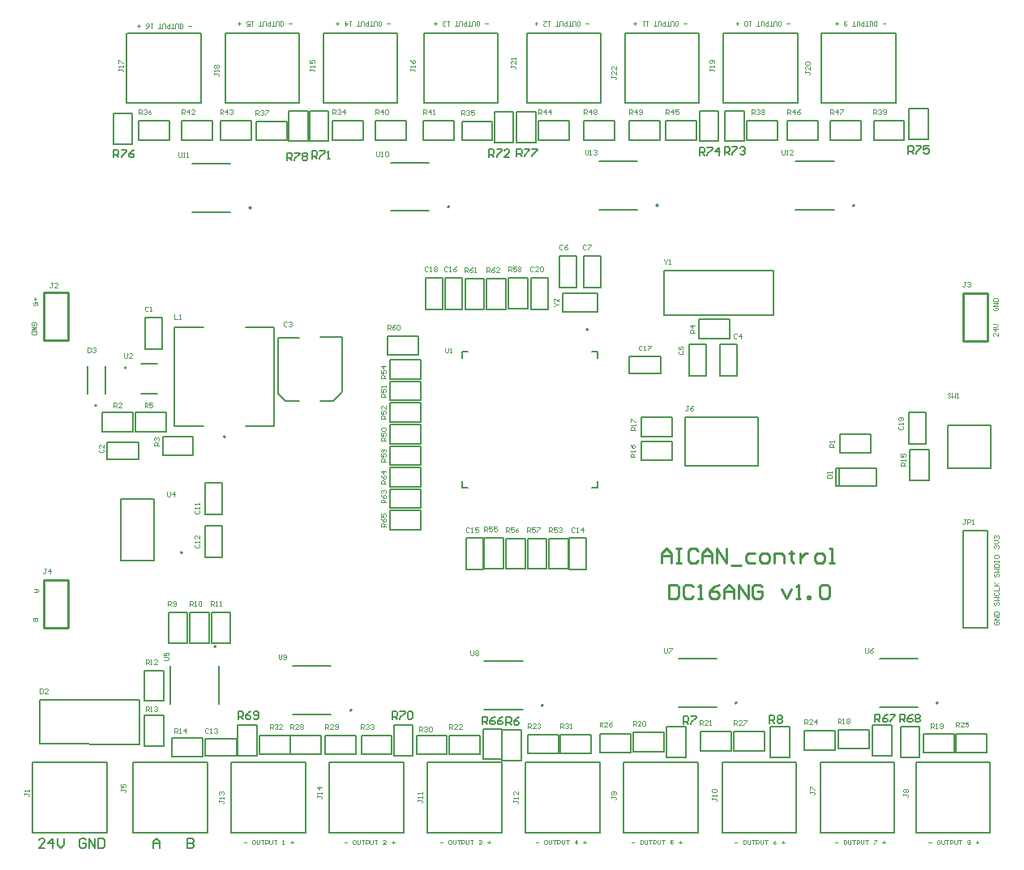
<source format=gto>
G04*
G04 #@! TF.GenerationSoftware,Altium Limited,Altium Designer,22.7.1 (60)*
G04*
G04 Layer_Color=65535*
%FSLAX44Y44*%
%MOMM*%
G71*
G04*
G04 #@! TF.SameCoordinates,3B3FF853-3F63-4CB7-AB95-564DBE59FAD3*
G04*
G04*
G04 #@! TF.FilePolarity,Positive*
G04*
G01*
G75*
%ADD10C,0.2000*%
%ADD11C,0.1270*%
%ADD12C,0.1500*%
%ADD13C,0.2540*%
%ADD14C,0.0700*%
%ADD15C,0.1200*%
%ADD16C,0.1000*%
%ADD17C,0.2800*%
D10*
X596000Y549400D02*
G03*
X596000Y549400I-1000J0D01*
G01*
X348886Y151418D02*
G03*
X348886Y151418I-1000J0D01*
G01*
X172000Y316000D02*
G03*
X172000Y316000I-1000J0D01*
G01*
X207082Y217886D02*
G03*
X207082Y217886I-1000J0D01*
G01*
X961386Y158918D02*
G03*
X961386Y158918I-1000J0D01*
G01*
X751386D02*
G03*
X751386Y158918I-1000J0D01*
G01*
X548886Y156418D02*
G03*
X548886Y156418I-1000J0D01*
G01*
X451136Y677568D02*
G03*
X451136Y677568I-1000J0D01*
G01*
X243886Y676418D02*
G03*
X243886Y676418I-1000J0D01*
G01*
X873886Y678918D02*
G03*
X873886Y678918I-1000J0D01*
G01*
X668886D02*
G03*
X668886Y678918I-1000J0D01*
G01*
X113500Y509500D02*
G03*
X113500Y509500I-1000J0D01*
G01*
X217000Y437000D02*
G03*
X217000Y437000I-1000J0D01*
G01*
X82484Y469930D02*
G03*
X82484Y469930I-1000J0D01*
G01*
X922000Y102000D02*
X942000D01*
X922000D02*
Y134000D01*
X942000D01*
Y102000D02*
Y134000D01*
X946000Y127000D02*
X978000D01*
X946000Y107000D02*
Y127000D01*
Y107000D02*
X978000D01*
Y127000D01*
X893000Y104000D02*
X913000D01*
X893000D02*
Y136000D01*
X913000D01*
Y104000D02*
Y136000D01*
X786000Y102000D02*
X806000D01*
X786000D02*
Y134000D01*
X806000D01*
Y102000D02*
Y134000D01*
X678000Y102000D02*
X698000D01*
X678000D02*
Y134000D01*
X698000D01*
Y102000D02*
Y134000D01*
X506000Y99000D02*
X526000D01*
X506000D02*
Y131000D01*
X526000D01*
Y99000D02*
Y131000D01*
X486000Y100000D02*
X506000D01*
X486000D02*
Y132000D01*
X506000D01*
Y100000D02*
Y132000D01*
X393000Y104000D02*
X413000D01*
X393000D02*
Y136000D01*
X413000D01*
Y104000D02*
Y136000D01*
X416500Y105000D02*
X448500D01*
Y125000D01*
X416500D02*
X448500D01*
X416500Y105000D02*
Y125000D01*
X253000Y105000D02*
X285000D01*
Y125000D01*
X253000D02*
X285000D01*
X253000Y105000D02*
Y125000D01*
X230000Y104000D02*
X250000D01*
X230000D02*
Y136000D01*
X250000D01*
Y104000D02*
Y136000D01*
X931000Y780000D02*
X951000D01*
Y748000D02*
Y780000D01*
X931000Y748000D02*
X951000D01*
X931000D02*
Y780000D01*
X761500Y767500D02*
X793500D01*
X761500Y747500D02*
Y767500D01*
Y747500D02*
X793500D01*
Y767500D01*
X739000Y778000D02*
X759000D01*
Y746000D02*
Y778000D01*
X739000Y746000D02*
X759000D01*
X739000D02*
Y778000D01*
X677000Y747500D02*
X709000D01*
Y767500D01*
X677000D02*
X709000D01*
X677000Y747500D02*
Y767500D01*
X712000Y778000D02*
X732000D01*
Y746000D02*
Y778000D01*
X712000Y746000D02*
X732000D01*
X712000D02*
Y778000D01*
X100000Y775000D02*
X120000D01*
Y743000D02*
Y775000D01*
X100000Y743000D02*
X120000D01*
X100000D02*
Y775000D01*
X283000Y778000D02*
X303000D01*
Y746000D02*
Y778000D01*
X283000Y746000D02*
X303000D01*
X283000D02*
Y778000D01*
X305000D02*
X325000D01*
Y746000D02*
Y778000D01*
X305000Y746000D02*
X325000D01*
X305000D02*
Y778000D01*
X498000Y777000D02*
X518000D01*
Y745000D02*
Y777000D01*
X498000Y745000D02*
X518000D01*
X498000D02*
Y777000D01*
X521000D02*
X541000D01*
Y745000D02*
Y777000D01*
X521000Y745000D02*
X541000D01*
X521000D02*
Y777000D01*
X213890Y355990D02*
Y389010D01*
X196110D02*
X213890D01*
X196110Y355990D02*
Y389010D01*
Y355990D02*
X213890D01*
Y310990D02*
Y344010D01*
X196110D02*
X213890D01*
X196110Y310990D02*
Y344010D01*
Y310990D02*
X213890D01*
X859000Y420000D02*
X891000D01*
Y440000D01*
X859000D02*
X891000D01*
X859000Y420000D02*
Y440000D01*
X857750Y386000D02*
Y404250D01*
Y386000D02*
X897250D01*
Y404250D01*
X857750D02*
X897250D01*
X855000Y386000D02*
Y404250D01*
X857750D01*
X855000Y386000D02*
X857750D01*
X421000Y407500D02*
Y427500D01*
X389000Y407500D02*
X421000D01*
X389000D02*
Y427500D01*
X421000D01*
X389000Y385000D02*
Y405000D01*
X421000D01*
Y385000D02*
Y405000D01*
X389000Y385000D02*
X421000D01*
Y362500D02*
Y382500D01*
X389000Y362500D02*
X421000D01*
X389000D02*
Y382500D01*
X421000D01*
X389000Y340000D02*
Y360000D01*
X421000D01*
Y340000D02*
Y360000D01*
X389000Y340000D02*
X421000D01*
X389000Y452500D02*
Y472500D01*
X421000D01*
Y452500D02*
Y472500D01*
X389000Y452500D02*
X421000D01*
Y430000D02*
Y450000D01*
X389000Y430000D02*
X421000D01*
X389000D02*
Y450000D01*
X421000D01*
Y475000D02*
Y495000D01*
X389000Y475000D02*
X421000D01*
X389000D02*
Y495000D01*
X421000D01*
X389000Y497500D02*
Y517500D01*
X421000D01*
Y497500D02*
Y517500D01*
X389000Y497500D02*
X421000D01*
X555000Y331000D02*
X575000D01*
Y299000D02*
Y331000D01*
X555000Y299000D02*
X575000D01*
X555000D02*
Y331000D01*
X532500Y299000D02*
X552500D01*
X532500D02*
Y331000D01*
X552500D01*
Y299000D02*
Y331000D01*
X510000D02*
X530000D01*
Y299000D02*
Y331000D01*
X510000Y299000D02*
X530000D01*
X510000D02*
Y331000D01*
X487500Y299500D02*
X507500D01*
X487500D02*
Y331500D01*
X507500D01*
Y299500D02*
Y331500D01*
X512500Y571000D02*
X532500D01*
X512500D02*
Y603000D01*
X532500D01*
Y571000D02*
Y603000D01*
X490000Y602500D02*
X510000D01*
Y570500D02*
Y602500D01*
X490000Y570500D02*
X510000D01*
X490000D02*
Y602500D01*
X467500Y570500D02*
X487500D01*
X467500D02*
Y602500D01*
X487500D01*
Y570500D02*
Y602500D01*
X386500Y522500D02*
Y542500D01*
X418500D01*
Y522500D02*
Y542500D01*
X386500Y522500D02*
X418500D01*
X569500Y587000D02*
X605500D01*
Y568000D02*
Y587000D01*
X569500Y568000D02*
X605500D01*
X569500D02*
Y587000D01*
X711500Y560000D02*
X743500D01*
X711500Y540000D02*
Y560000D01*
Y540000D02*
X743500D01*
Y560000D01*
X751390Y500990D02*
Y534010D01*
X733610D02*
X751390D01*
X733610Y500990D02*
Y534010D01*
Y500990D02*
X751390D01*
X718890Y534010D02*
X718890Y500990D01*
X701110Y534010D02*
X718890D01*
X701110Y500990D02*
X701110Y534010D01*
X701110Y500990D02*
X718890D01*
X651500Y457500D02*
X683500D01*
X651500Y437500D02*
Y457500D01*
Y437500D02*
X683500D01*
Y457500D01*
X651500Y412500D02*
X683500D01*
Y432500D01*
X651500D02*
X683500D01*
X651500Y412500D02*
Y432500D01*
X931110Y429490D02*
Y462510D01*
Y429490D02*
X948890D01*
Y462510D01*
X931110D02*
X948890D01*
X932000Y392000D02*
Y424000D01*
Y392000D02*
X952000D01*
Y424000D01*
X932000D02*
X952000D01*
X468610Y298490D02*
Y331510D01*
Y298490D02*
X486390D01*
Y331510D01*
X468610D02*
X486390D01*
X576110Y298490D02*
Y331510D01*
Y298490D02*
X593890D01*
Y331510D01*
X576110D02*
X593890D01*
X638990Y503610D02*
X672010D01*
Y521390D01*
X638990D02*
X672010D01*
X638990Y503610D02*
Y521390D01*
X93490Y413610D02*
X126510D01*
Y431390D01*
X93490D02*
X126510D01*
X93490Y413610D02*
Y431390D01*
X316000Y474500D02*
X330000D01*
X280000D02*
X294000D01*
X272000Y482500D02*
Y484500D01*
Y482500D02*
X280000Y474500D01*
X330000D02*
X339000Y483500D01*
Y484500D02*
Y540500D01*
X338000Y541500D02*
X339000Y540500D01*
X316000Y541500D02*
X338000D01*
X272000Y540500D02*
X294000D01*
X272000Y484500D02*
Y540500D01*
X151500Y417500D02*
X183500D01*
Y437500D01*
X151500D02*
X183500D01*
X151500Y417500D02*
Y437500D01*
X123500Y462500D02*
X155500D01*
X123500Y442500D02*
Y462500D01*
Y442500D02*
X155500D01*
Y462500D01*
X88500Y442500D02*
X120500D01*
Y462500D01*
X88500D02*
X120500D01*
X88500Y442500D02*
Y462500D01*
X132500Y114000D02*
Y146000D01*
Y114000D02*
X152500D01*
Y146000D01*
X132500D02*
X152500D01*
X195990Y121390D02*
X229010D01*
X195990Y103610D02*
Y121390D01*
Y103610D02*
X229010D01*
Y121390D01*
X161500Y122500D02*
X193500D01*
X161500Y102500D02*
Y122500D01*
Y102500D02*
X193500D01*
Y122500D01*
X152500Y161000D02*
Y193000D01*
X132500D02*
X152500D01*
X132500Y161000D02*
Y193000D01*
Y161000D02*
X152500D01*
X857000Y111000D02*
Y131000D01*
X889000D01*
Y111000D02*
Y131000D01*
X857000Y111000D02*
X889000D01*
X745000Y109000D02*
Y129000D01*
X713000Y109000D02*
X745000D01*
X713000D02*
Y129000D01*
X745000D01*
X643000Y108000D02*
Y128000D01*
X675000D01*
Y108000D02*
Y128000D01*
X643000Y108000D02*
X675000D01*
X565000Y106000D02*
Y126000D01*
X533000Y106000D02*
X565000D01*
X533000D02*
Y126000D01*
X565000D01*
X451000Y105000D02*
Y125000D01*
X483000D01*
Y105000D02*
Y125000D01*
X451000Y105000D02*
X483000D01*
X1012000Y107000D02*
Y127000D01*
X980000Y107000D02*
X1012000D01*
X980000D02*
Y127000D01*
X1012000D01*
X822000Y110000D02*
Y130000D01*
X854000D01*
Y110000D02*
Y130000D01*
X822000Y110000D02*
X854000D01*
X780000Y109000D02*
Y129000D01*
X748000Y109000D02*
X780000D01*
X748000D02*
Y129000D01*
X780000D01*
X608000Y107000D02*
Y127000D01*
X640000D01*
Y107000D02*
Y127000D01*
X608000Y107000D02*
X640000D01*
X353500Y105000D02*
Y125000D01*
X321500Y105000D02*
X353500D01*
X321500D02*
Y125000D01*
X353500D01*
X285000Y105000D02*
Y125000D01*
X317000D01*
Y105000D02*
Y125000D01*
X285000Y105000D02*
X317000D01*
X599000Y106000D02*
Y126000D01*
X567000Y106000D02*
X599000D01*
X567000D02*
Y126000D01*
X599000D01*
X391000Y105000D02*
Y125000D01*
X359000Y105000D02*
X391000D01*
X359000D02*
Y125000D01*
X391000D01*
X464000Y747000D02*
Y767000D01*
X496000D01*
Y747000D02*
Y767000D01*
X464000Y747000D02*
X496000D01*
X361000Y747500D02*
Y767500D01*
X329000Y747500D02*
X361000D01*
X329000D02*
Y767500D01*
X361000D01*
X249000Y747000D02*
Y767000D01*
X281000D01*
Y747000D02*
Y767000D01*
X249000Y747000D02*
X281000D01*
X158500Y747500D02*
Y767500D01*
X126500Y747500D02*
X158500D01*
X126500D02*
Y767500D01*
X158500D01*
X894000Y747500D02*
Y767500D01*
X926000D01*
Y747500D02*
Y767500D01*
X894000Y747500D02*
X926000D01*
X424000D02*
Y767500D01*
X456000D01*
Y747500D02*
Y767500D01*
X424000Y747500D02*
X456000D01*
X406000D02*
Y767500D01*
X374000Y747500D02*
X406000D01*
X374000D02*
Y767500D01*
X406000D01*
X212000Y747500D02*
Y767500D01*
X244000D01*
Y747500D02*
Y767500D01*
X212000Y747500D02*
X244000D01*
X203500D02*
Y767500D01*
X171500Y747500D02*
X203500D01*
X171500D02*
Y767500D01*
X203500D01*
X576000Y747500D02*
Y767500D01*
X544000Y747500D02*
X576000D01*
X544000D02*
Y767500D01*
X576000D01*
X849000Y747500D02*
Y767500D01*
X881000D01*
Y747500D02*
Y767500D01*
X849000Y747500D02*
X881000D01*
X836000D02*
Y767500D01*
X804000Y747500D02*
X836000D01*
X804000D02*
Y767500D01*
X836000D01*
X639000Y747500D02*
Y767500D01*
X671000D01*
Y747500D02*
Y767500D01*
X639000Y747500D02*
X671000D01*
X623500D02*
Y767500D01*
X591500Y747500D02*
X623500D01*
X591500D02*
Y767500D01*
X623500D01*
X23500Y116500D02*
Y162000D01*
X127500D01*
Y116000D02*
Y162000D01*
X23500Y116500D02*
X127500Y116000D01*
X133610Y528490D02*
X151390D01*
X133610D02*
Y561510D01*
X151390D01*
Y528490D02*
Y561510D01*
X238000Y552000D02*
X268000D01*
Y448000D02*
Y552000D01*
X238000Y448000D02*
X268000D01*
X164000Y552000D02*
X194000D01*
X164000Y448000D02*
Y552000D01*
Y448000D02*
X194000D01*
X675500Y564000D02*
X789500D01*
Y611000D01*
X675500D02*
X789500D01*
X675500Y564000D02*
Y611000D01*
X566110Y626510D02*
X583890D01*
Y593490D02*
Y626510D01*
X566110Y593490D02*
X583890D01*
X566110D02*
Y626510D01*
X591110D02*
X608890D01*
Y593490D02*
Y626510D01*
X591110Y593490D02*
X608890D01*
X591110D02*
Y626510D01*
X202500Y221500D02*
X222500D01*
X202500D02*
Y253500D01*
X222500D01*
Y221500D02*
Y253500D01*
X180000Y221500D02*
X200000D01*
X180000D02*
Y253500D01*
X200000D01*
Y221500D02*
Y253500D01*
X157500Y221500D02*
X177500D01*
X157500D02*
Y253500D01*
X177500D01*
Y221500D02*
Y253500D01*
X1016250Y404500D02*
Y449250D01*
X971500Y404500D02*
X1016250D01*
X971500D02*
Y449500D01*
X971750Y449250D01*
X1016250D01*
X697300Y457700D02*
X697300Y425950D01*
X697300Y406900D02*
Y438650D01*
Y406900D02*
X773500D01*
Y457700D01*
X697300D02*
X773500D01*
X426110Y569990D02*
X443890D01*
X426110D02*
Y603010D01*
X443890D01*
Y569990D02*
Y603010D01*
X536110Y570490D02*
X553890D01*
X536110D02*
Y603510D01*
X553890D01*
Y570490D02*
Y603510D01*
X446110Y569990D02*
X463890D01*
X446110D02*
Y603010D01*
X463890D01*
Y569990D02*
Y603010D01*
X28665Y7000D02*
X22000D01*
X28665Y13664D01*
Y15331D01*
X26998Y16997D01*
X23666D01*
X22000Y15331D01*
X36995Y7000D02*
Y16997D01*
X31997Y11998D01*
X38661D01*
X41993Y16997D02*
Y10332D01*
X45326Y7000D01*
X48658Y10332D01*
Y16997D01*
X71164Y15331D02*
X69498Y16997D01*
X66166D01*
X64500Y15331D01*
Y8666D01*
X66166Y7000D01*
X69498D01*
X71164Y8666D01*
Y11998D01*
X67832D01*
X74497Y7000D02*
Y16997D01*
X81161Y7000D01*
Y16997D01*
X84494D02*
Y7000D01*
X89492D01*
X91158Y8666D01*
Y15331D01*
X89492Y16997D01*
X84494D01*
X142000Y7000D02*
Y13664D01*
X145332Y16997D01*
X148665Y13664D01*
Y7000D01*
Y11998D01*
X142000D01*
X177000Y16997D02*
Y7000D01*
X181998D01*
X183664Y8666D01*
Y10332D01*
X181998Y11998D01*
X177000D01*
X181998D01*
X183664Y13664D01*
Y15331D01*
X181998Y16997D01*
X177000D01*
D11*
X464000Y384000D02*
Y390400D01*
X606000Y384000D02*
Y390400D01*
X464000Y519600D02*
Y526000D01*
X606000Y519600D02*
Y526000D01*
X464000Y384000D02*
X470400D01*
X599600D02*
X606000D01*
X464000Y526000D02*
X470400D01*
X599600D02*
X606000D01*
X287500Y197750D02*
X327500D01*
X287500Y147250D02*
X327500D01*
X107500Y307500D02*
X142500D01*
X107500D02*
Y372500D01*
X142500D01*
Y307500D02*
Y372500D01*
X159750Y157500D02*
Y197500D01*
X210250Y157500D02*
Y197500D01*
X900000Y154750D02*
X940000D01*
X900000Y205250D02*
X940000D01*
X690000Y154750D02*
X730000D01*
X690000Y205250D02*
X730000D01*
X487500Y152250D02*
X527500D01*
X487500Y202750D02*
X527500D01*
X389750Y673400D02*
X429750D01*
X389750Y723900D02*
X429750D01*
X182500Y672250D02*
X222500D01*
X182500Y722750D02*
X222500D01*
X812500Y674750D02*
X852500D01*
X812500Y725250D02*
X852500D01*
X607500Y674750D02*
X647500D01*
X607500Y725250D02*
X647500D01*
X128700Y481860D02*
X146300D01*
X128700Y513140D02*
X146300D01*
X73000Y482350D02*
Y510850D01*
X92000Y482350D02*
Y510850D01*
X91550D02*
X92000D01*
X73000D02*
X73450D01*
X91550Y482350D02*
X92000D01*
X73000D02*
X73450D01*
D12*
X875128Y858896D02*
X916896D01*
Y785924D02*
Y858896D01*
X839172Y785924D02*
Y859076D01*
Y785924D02*
X916896D01*
X839426Y859150D02*
X875128Y858896D01*
X772628D02*
X814396D01*
Y785924D02*
Y858896D01*
X736672Y785924D02*
Y859076D01*
Y785924D02*
X814396D01*
X736926Y859150D02*
X772628Y858896D01*
X670128D02*
X711896D01*
Y785924D02*
Y858896D01*
X634172Y785924D02*
Y859076D01*
Y785924D02*
X711896D01*
X634426Y859150D02*
X670128Y858896D01*
X567628D02*
X609396D01*
Y785924D02*
Y858896D01*
X531672Y785924D02*
Y859076D01*
Y785924D02*
X609396D01*
X531926Y859150D02*
X567628Y858896D01*
X460128D02*
X501896D01*
Y785924D02*
Y858896D01*
X424172Y785924D02*
Y859076D01*
Y785924D02*
X501896D01*
X424426Y859150D02*
X460128Y858896D01*
X355128D02*
X396896D01*
Y785924D02*
Y858896D01*
X319172Y785924D02*
Y859076D01*
Y785924D02*
X396896D01*
X319426Y859150D02*
X355128Y858896D01*
X252628D02*
X294396D01*
Y785924D02*
Y858896D01*
X216672Y785924D02*
Y859076D01*
Y785924D02*
X294396D01*
X216926Y859150D02*
X252628Y858896D01*
X150128D02*
X191896D01*
Y785924D02*
Y858896D01*
X114172Y785924D02*
Y859076D01*
Y785924D02*
X191896D01*
X114426Y859150D02*
X150128Y858896D01*
X938156Y23604D02*
X979924D01*
X938156D02*
Y96576D01*
X1015880Y23424D02*
Y96576D01*
X938156D02*
X1015880D01*
X979924Y23604D02*
X1015626Y23350D01*
X838156Y23604D02*
X879924D01*
X838156D02*
Y96576D01*
X915880Y23424D02*
Y96576D01*
X838156D02*
X915880D01*
X879924Y23604D02*
X915626Y23350D01*
X735656Y23604D02*
X777424D01*
X735656D02*
Y96576D01*
X813380Y23424D02*
Y96576D01*
X735656D02*
X813380D01*
X777424Y23604D02*
X813126Y23350D01*
X633156Y23604D02*
X674924D01*
X633156D02*
Y96576D01*
X710880Y23424D02*
Y96576D01*
X633156D02*
X710880D01*
X674924Y23604D02*
X710626Y23350D01*
X530656Y23604D02*
X572424D01*
X530656D02*
Y96576D01*
X608380Y23424D02*
Y96576D01*
X530656D02*
X608380D01*
X572424Y23604D02*
X608126Y23350D01*
X428156Y23604D02*
X469924D01*
X428156D02*
Y96576D01*
X505880Y23424D02*
Y96576D01*
X428156D02*
X505880D01*
X469924Y23604D02*
X505626Y23350D01*
X325656Y23604D02*
X367424D01*
X325656D02*
Y96576D01*
X403380Y23424D02*
Y96576D01*
X325656D02*
X403380D01*
X367424Y23604D02*
X403126Y23350D01*
X223156Y23604D02*
X264924D01*
X223156D02*
Y96576D01*
X300880Y23424D02*
Y96576D01*
X223156D02*
X300880D01*
X264924Y23604D02*
X300626Y23350D01*
X120656Y23604D02*
X162424D01*
X120656D02*
Y96576D01*
X198380Y23424D02*
Y96576D01*
X120656D02*
X198380D01*
X162424Y23604D02*
X198126Y23350D01*
X15656Y23604D02*
X57424D01*
X15656D02*
Y96576D01*
X93380Y23424D02*
Y96576D01*
X15656D02*
X93380D01*
X57424Y23604D02*
X93126Y23350D01*
X987300Y237300D02*
X1012700D01*
Y338900D01*
X987300Y237300D02*
Y338900D01*
X1012700D01*
X921337Y139001D02*
Y146999D01*
X925335D01*
X926668Y145666D01*
Y143000D01*
X925335Y141667D01*
X921337D01*
X924003D02*
X926668Y139001D01*
X934666Y146999D02*
X932000Y145666D01*
X929334Y143000D01*
Y140334D01*
X930667Y139001D01*
X933333D01*
X934666Y140334D01*
Y141667D01*
X933333Y143000D01*
X929334D01*
X937332Y145666D02*
X938664Y146999D01*
X941330D01*
X942663Y145666D01*
Y144333D01*
X941330Y143000D01*
X942663Y141667D01*
Y140334D01*
X941330Y139001D01*
X938664D01*
X937332Y140334D01*
Y141667D01*
X938664Y143000D01*
X937332Y144333D01*
Y145666D01*
X938664Y143000D02*
X941330D01*
X895337Y139001D02*
Y146999D01*
X899335D01*
X900668Y145666D01*
Y143000D01*
X899335Y141667D01*
X895337D01*
X898003D02*
X900668Y139001D01*
X908666Y146999D02*
X906000Y145666D01*
X903334Y143000D01*
Y140334D01*
X904667Y139001D01*
X907333D01*
X908666Y140334D01*
Y141667D01*
X907333Y143000D01*
X903334D01*
X911332Y146999D02*
X916663D01*
Y145666D01*
X911332Y140334D01*
Y139001D01*
X785335Y138001D02*
Y145999D01*
X789334D01*
X790667Y144666D01*
Y142000D01*
X789334Y140667D01*
X785335D01*
X788001D02*
X790667Y138001D01*
X793333Y144666D02*
X794666Y145999D01*
X797332D01*
X798664Y144666D01*
Y143333D01*
X797332Y142000D01*
X798664Y140667D01*
Y139334D01*
X797332Y138001D01*
X794666D01*
X793333Y139334D01*
Y140667D01*
X794666Y142000D01*
X793333Y143333D01*
Y144666D01*
X794666Y142000D02*
X797332D01*
X695335Y137001D02*
Y144999D01*
X699334D01*
X700667Y143666D01*
Y141000D01*
X699334Y139667D01*
X695335D01*
X698001D02*
X700667Y137001D01*
X703333Y144999D02*
X708664D01*
Y143666D01*
X703333Y138334D01*
Y137001D01*
X510336Y136001D02*
Y143999D01*
X514334D01*
X515667Y142666D01*
Y140000D01*
X514334Y138667D01*
X510336D01*
X513001D02*
X515667Y136001D01*
X523665Y143999D02*
X520999Y142666D01*
X518333Y140000D01*
Y137334D01*
X519666Y136001D01*
X522332D01*
X523665Y137334D01*
Y138667D01*
X522332Y140000D01*
X518333D01*
X485337Y136501D02*
Y144499D01*
X489336D01*
X490668Y143166D01*
Y140500D01*
X489336Y139167D01*
X485337D01*
X488003D02*
X490668Y136501D01*
X498666Y144499D02*
X496000Y143166D01*
X493334Y140500D01*
Y137834D01*
X494667Y136501D01*
X497333D01*
X498666Y137834D01*
Y139167D01*
X497333Y140500D01*
X493334D01*
X506663Y144499D02*
X503997Y143166D01*
X501332Y140500D01*
Y137834D01*
X502664Y136501D01*
X505330D01*
X506663Y137834D01*
Y139167D01*
X505330Y140500D01*
X501332D01*
X391337Y142001D02*
Y149999D01*
X395336D01*
X396668Y148666D01*
Y146000D01*
X395336Y144667D01*
X391337D01*
X394003D02*
X396668Y142001D01*
X399334Y149999D02*
X404666D01*
Y148666D01*
X399334Y143334D01*
Y142001D01*
X407332Y148666D02*
X408665Y149999D01*
X411330D01*
X412663Y148666D01*
Y143334D01*
X411330Y142001D01*
X408665D01*
X407332Y143334D01*
Y148666D01*
X230337Y142001D02*
Y149999D01*
X234335D01*
X235668Y148666D01*
Y146000D01*
X234335Y144667D01*
X230337D01*
X233003D02*
X235668Y142001D01*
X243666Y149999D02*
X241000Y148666D01*
X238334Y146000D01*
Y143334D01*
X239667Y142001D01*
X242333D01*
X243666Y143334D01*
Y144667D01*
X242333Y146000D01*
X238334D01*
X246332Y143334D02*
X247665Y142001D01*
X250330D01*
X251663Y143334D01*
Y148666D01*
X250330Y149999D01*
X247665D01*
X246332Y148666D01*
Y147333D01*
X247665Y146000D01*
X251663D01*
X930337Y733001D02*
Y740999D01*
X934335D01*
X935668Y739666D01*
Y737000D01*
X934335Y735667D01*
X930337D01*
X933003D02*
X935668Y733001D01*
X938334Y740999D02*
X943666D01*
Y739666D01*
X938334Y734334D01*
Y733001D01*
X951663Y740999D02*
X946332D01*
Y737000D01*
X948997Y738333D01*
X950330D01*
X951663Y737000D01*
Y734334D01*
X950330Y733001D01*
X947664D01*
X946332Y734334D01*
X738337Y732001D02*
Y739999D01*
X742336D01*
X743668Y738666D01*
Y736000D01*
X742336Y734667D01*
X738337D01*
X741003D02*
X743668Y732001D01*
X746334Y739999D02*
X751666D01*
Y738666D01*
X746334Y733334D01*
Y732001D01*
X754332Y738666D02*
X755665Y739999D01*
X758330D01*
X759663Y738666D01*
Y737333D01*
X758330Y736000D01*
X756997D01*
X758330D01*
X759663Y734667D01*
Y733334D01*
X758330Y732001D01*
X755665D01*
X754332Y733334D01*
X712337Y731501D02*
Y739499D01*
X716336D01*
X717668Y738166D01*
Y735500D01*
X716336Y734167D01*
X712337D01*
X715003D02*
X717668Y731501D01*
X720334Y739499D02*
X725666D01*
Y738166D01*
X720334Y732834D01*
Y731501D01*
X732330D02*
Y739499D01*
X728332Y735500D01*
X733663D01*
X100337Y729001D02*
Y736999D01*
X104335D01*
X105668Y735666D01*
Y733000D01*
X104335Y731667D01*
X100337D01*
X103003D02*
X105668Y729001D01*
X108334Y736999D02*
X113666D01*
Y735666D01*
X108334Y730334D01*
Y729001D01*
X121663Y736999D02*
X118997Y735666D01*
X116332Y733000D01*
Y730334D01*
X117664Y729001D01*
X120330D01*
X121663Y730334D01*
Y731667D01*
X120330Y733000D01*
X116332D01*
X281337Y726001D02*
Y733999D01*
X285336D01*
X286668Y732666D01*
Y730000D01*
X285336Y728667D01*
X281337D01*
X284003D02*
X286668Y726001D01*
X289334Y733999D02*
X294666D01*
Y732666D01*
X289334Y727334D01*
Y726001D01*
X297332Y732666D02*
X298664Y733999D01*
X301330D01*
X302663Y732666D01*
Y731333D01*
X301330Y730000D01*
X302663Y728667D01*
Y727334D01*
X301330Y726001D01*
X298664D01*
X297332Y727334D01*
Y728667D01*
X298664Y730000D01*
X297332Y731333D01*
Y732666D01*
X298664Y730000D02*
X301330D01*
X307670Y728001D02*
Y735999D01*
X311668D01*
X313001Y734666D01*
Y732000D01*
X311668Y730667D01*
X307670D01*
X310336D02*
X313001Y728001D01*
X315667Y735999D02*
X320999D01*
Y734666D01*
X315667Y729334D01*
Y728001D01*
X323665D02*
X326330D01*
X324997D01*
Y735999D01*
X323665Y734666D01*
X492337Y729501D02*
Y737499D01*
X496335D01*
X497668Y736166D01*
Y733500D01*
X496335Y732167D01*
X492337D01*
X495003D02*
X497668Y729501D01*
X500334Y737499D02*
X505666D01*
Y736166D01*
X500334Y730834D01*
Y729501D01*
X513663D02*
X508332D01*
X513663Y734833D01*
Y736166D01*
X512330Y737499D01*
X509664D01*
X508332Y736166D01*
X521337Y730001D02*
Y737999D01*
X525336D01*
X526668Y736666D01*
Y734000D01*
X525336Y732667D01*
X521337D01*
X524003D02*
X526668Y730001D01*
X529334Y737999D02*
X534666D01*
Y736666D01*
X529334Y731334D01*
Y730001D01*
X537332Y737999D02*
X542663D01*
Y736666D01*
X537332Y731334D01*
Y730001D01*
D13*
X27300Y538000D02*
X52700D01*
Y588000D01*
X27300Y538000D02*
Y588000D01*
X52700D01*
X987300Y537400D02*
X1012700D01*
X1012700Y587400D02*
X1012700Y537400D01*
X987300D02*
X987300Y587400D01*
X1012700D01*
X27300Y237400D02*
X52700D01*
Y287400D01*
X27300Y237400D02*
Y287400D01*
X52700D01*
D14*
X953752Y132501D02*
Y137499D01*
X956251D01*
X957084Y136666D01*
Y135000D01*
X956251Y134167D01*
X953752D01*
X955418D02*
X957084Y132501D01*
X958750D02*
X960416D01*
X959584D01*
Y137499D01*
X958750Y136666D01*
X962916Y133334D02*
X963749Y132501D01*
X965415D01*
X966248Y133334D01*
Y136666D01*
X965415Y137499D01*
X963749D01*
X962916Y136666D01*
Y135833D01*
X963749Y135000D01*
X966248D01*
X419336Y129501D02*
Y134499D01*
X421835D01*
X422668Y133666D01*
Y132000D01*
X421835Y131167D01*
X419336D01*
X421002D02*
X422668Y129501D01*
X424334Y133666D02*
X425167Y134499D01*
X426833D01*
X427666Y133666D01*
Y132833D01*
X426833Y132000D01*
X426000D01*
X426833D01*
X427666Y131167D01*
Y130334D01*
X426833Y129501D01*
X425167D01*
X424334Y130334D01*
X429332Y133666D02*
X430165Y134499D01*
X431831D01*
X432664Y133666D01*
Y130334D01*
X431831Y129501D01*
X430165D01*
X429332Y130334D01*
Y133666D01*
X263335Y131501D02*
Y136499D01*
X265835D01*
X266668Y135666D01*
Y134000D01*
X265835Y133167D01*
X263335D01*
X265002D02*
X266668Y131501D01*
X268334Y135666D02*
X269167Y136499D01*
X270833D01*
X271666Y135666D01*
Y134833D01*
X270833Y134000D01*
X270000D01*
X270833D01*
X271666Y133167D01*
Y132334D01*
X270833Y131501D01*
X269167D01*
X268334Y132334D01*
X276665Y131501D02*
X273332D01*
X276665Y134833D01*
Y135666D01*
X275831Y136499D01*
X274165D01*
X273332Y135666D01*
X766336Y774501D02*
Y779499D01*
X768835D01*
X769668Y778666D01*
Y777000D01*
X768835Y776167D01*
X766336D01*
X768002D02*
X769668Y774501D01*
X771334Y778666D02*
X772167Y779499D01*
X773833D01*
X774666Y778666D01*
Y777833D01*
X773833Y777000D01*
X773000D01*
X773833D01*
X774666Y776167D01*
Y775334D01*
X773833Y774501D01*
X772167D01*
X771334Y775334D01*
X776332Y778666D02*
X777165Y779499D01*
X778831D01*
X779665Y778666D01*
Y777833D01*
X778831Y777000D01*
X779665Y776167D01*
Y775334D01*
X778831Y774501D01*
X777165D01*
X776332Y775334D01*
Y776167D01*
X777165Y777000D01*
X776332Y777833D01*
Y778666D01*
X777165Y777000D02*
X778831D01*
X676656Y774192D02*
Y779190D01*
X679155D01*
X679988Y778357D01*
Y776691D01*
X679155Y775858D01*
X676656D01*
X678322D02*
X679988Y774192D01*
X684154D02*
Y779190D01*
X681654Y776691D01*
X684987D01*
X689985Y779190D02*
X686653D01*
Y776691D01*
X688319Y777524D01*
X689152D01*
X689985Y776691D01*
Y775025D01*
X689152Y774192D01*
X687486D01*
X686653Y775025D01*
X384999Y343335D02*
X380001D01*
Y345835D01*
X380834Y346668D01*
X382500D01*
X383333Y345835D01*
Y343335D01*
Y345002D02*
X384999Y346668D01*
X380001Y351666D02*
X380834Y350000D01*
X382500Y348334D01*
X384166D01*
X384999Y349167D01*
Y350833D01*
X384166Y351666D01*
X383333D01*
X382500Y350833D01*
Y348334D01*
X380001Y356665D02*
Y353332D01*
X382500D01*
X381667Y354998D01*
Y355831D01*
X382500Y356665D01*
X384166D01*
X384999Y355831D01*
Y354165D01*
X384166Y353332D01*
X384999Y388335D02*
X380001D01*
Y390835D01*
X380834Y391668D01*
X382500D01*
X383333Y390835D01*
Y388335D01*
Y390002D02*
X384999Y391668D01*
X380001Y396666D02*
X380834Y395000D01*
X382500Y393334D01*
X384166D01*
X384999Y394167D01*
Y395833D01*
X384166Y396666D01*
X383333D01*
X382500Y395833D01*
Y393334D01*
X384999Y400831D02*
X380001D01*
X382500Y398332D01*
Y401664D01*
X384999Y368335D02*
X380001D01*
Y370835D01*
X380834Y371668D01*
X382500D01*
X383333Y370835D01*
Y368335D01*
Y370002D02*
X384999Y371668D01*
X380001Y376666D02*
X380834Y375000D01*
X382500Y373334D01*
X384166D01*
X384999Y374167D01*
Y375833D01*
X384166Y376666D01*
X383333D01*
X382500Y375833D01*
Y373334D01*
X380834Y378332D02*
X380001Y379165D01*
Y380831D01*
X380834Y381665D01*
X381667D01*
X382500Y380831D01*
Y379998D01*
Y380831D01*
X383333Y381665D01*
X384166D01*
X384999Y380831D01*
Y379165D01*
X384166Y378332D01*
X489712Y609346D02*
Y614344D01*
X492211D01*
X493044Y613511D01*
Y611845D01*
X492211Y611012D01*
X489712D01*
X491378D02*
X493044Y609346D01*
X498043Y614344D02*
X496376Y613511D01*
X494710Y611845D01*
Y610179D01*
X495543Y609346D01*
X497210D01*
X498043Y610179D01*
Y611012D01*
X497210Y611845D01*
X494710D01*
X503041Y609346D02*
X499709D01*
X503041Y612678D01*
Y613511D01*
X502208Y614344D01*
X500542D01*
X499709Y613511D01*
X467106Y609346D02*
Y614344D01*
X469605D01*
X470438Y613511D01*
Y611845D01*
X469605Y611012D01*
X467106D01*
X468772D02*
X470438Y609346D01*
X475437Y614344D02*
X473770Y613511D01*
X472104Y611845D01*
Y610179D01*
X472937Y609346D01*
X474604D01*
X475437Y610179D01*
Y611012D01*
X474604Y611845D01*
X472104D01*
X477103Y609346D02*
X478769D01*
X477936D01*
Y614344D01*
X477103Y613511D01*
X386080Y549402D02*
Y554400D01*
X388579D01*
X389412Y553567D01*
Y551901D01*
X388579Y551068D01*
X386080D01*
X387746D02*
X389412Y549402D01*
X394411Y554400D02*
X392744Y553567D01*
X391078Y551901D01*
Y550235D01*
X391911Y549402D01*
X393577D01*
X394411Y550235D01*
Y551068D01*
X393577Y551901D01*
X391078D01*
X396077Y553567D02*
X396910Y554400D01*
X398576D01*
X399409Y553567D01*
Y550235D01*
X398576Y549402D01*
X396910D01*
X396077Y550235D01*
Y553567D01*
X384999Y410835D02*
X380001D01*
Y413335D01*
X380834Y414168D01*
X382500D01*
X383333Y413335D01*
Y410835D01*
Y412502D02*
X384999Y414168D01*
X380001Y419166D02*
Y415834D01*
X382500D01*
X381667Y417500D01*
Y418333D01*
X382500Y419166D01*
X384166D01*
X384999Y418333D01*
Y416667D01*
X384166Y415834D01*
Y420832D02*
X384999Y421665D01*
Y423331D01*
X384166Y424165D01*
X380834D01*
X380001Y423331D01*
Y421665D01*
X380834Y420832D01*
X381667D01*
X382500Y421665D01*
Y424165D01*
X512318Y609854D02*
Y614852D01*
X514817D01*
X515650Y614019D01*
Y612353D01*
X514817Y611520D01*
X512318D01*
X513984D02*
X515650Y609854D01*
X520649Y614852D02*
X517316D01*
Y612353D01*
X518983Y613186D01*
X519815D01*
X520649Y612353D01*
Y610687D01*
X519815Y609854D01*
X518149D01*
X517316Y610687D01*
X522315Y614019D02*
X523148Y614852D01*
X524814D01*
X525647Y614019D01*
Y613186D01*
X524814Y612353D01*
X525647Y611520D01*
Y610687D01*
X524814Y609854D01*
X523148D01*
X522315Y610687D01*
Y611520D01*
X523148Y612353D01*
X522315Y613186D01*
Y614019D01*
X523148Y612353D02*
X524814D01*
X532130Y337820D02*
Y342818D01*
X534629D01*
X535462Y341985D01*
Y340319D01*
X534629Y339486D01*
X532130D01*
X533796D02*
X535462Y337820D01*
X540461Y342818D02*
X537128D01*
Y340319D01*
X538795Y341152D01*
X539627D01*
X540461Y340319D01*
Y338653D01*
X539627Y337820D01*
X537961D01*
X537128Y338653D01*
X542127Y342818D02*
X545459D01*
Y341985D01*
X542127Y338653D01*
Y337820D01*
X509778D02*
Y342818D01*
X512277D01*
X513110Y341985D01*
Y340319D01*
X512277Y339486D01*
X509778D01*
X511444D02*
X513110Y337820D01*
X518109Y342818D02*
X514776D01*
Y340319D01*
X516442Y341152D01*
X517276D01*
X518109Y340319D01*
Y338653D01*
X517276Y337820D01*
X515609D01*
X514776Y338653D01*
X523107Y342818D02*
X521441Y341985D01*
X519775Y340319D01*
Y338653D01*
X520608Y337820D01*
X522274D01*
X523107Y338653D01*
Y339486D01*
X522274Y340319D01*
X519775D01*
X487172Y338328D02*
Y343326D01*
X489671D01*
X490504Y342493D01*
Y340827D01*
X489671Y339994D01*
X487172D01*
X488838D02*
X490504Y338328D01*
X495503Y343326D02*
X492170D01*
Y340827D01*
X493837Y341660D01*
X494669D01*
X495503Y340827D01*
Y339161D01*
X494669Y338328D01*
X493003D01*
X492170Y339161D01*
X500501Y343326D02*
X497169D01*
Y340827D01*
X498835Y341660D01*
X499668D01*
X500501Y340827D01*
Y339161D01*
X499668Y338328D01*
X498002D01*
X497169Y339161D01*
X384999Y498335D02*
X380001D01*
Y500835D01*
X380834Y501668D01*
X382500D01*
X383333Y500835D01*
Y498335D01*
Y500002D02*
X384999Y501668D01*
X380001Y506666D02*
Y503334D01*
X382500D01*
X381667Y505000D01*
Y505833D01*
X382500Y506666D01*
X384166D01*
X384999Y505833D01*
Y504167D01*
X384166Y503334D01*
X384999Y510831D02*
X380001D01*
X382500Y508332D01*
Y511665D01*
X554736Y337820D02*
Y342818D01*
X557235D01*
X558068Y341985D01*
Y340319D01*
X557235Y339486D01*
X554736D01*
X556402D02*
X558068Y337820D01*
X563067Y342818D02*
X559734D01*
Y340319D01*
X561400Y341152D01*
X562234D01*
X563067Y340319D01*
Y338653D01*
X562234Y337820D01*
X560567D01*
X559734Y338653D01*
X564733Y341985D02*
X565566Y342818D01*
X567232D01*
X568065Y341985D01*
Y341152D01*
X567232Y340319D01*
X566399D01*
X567232D01*
X568065Y339486D01*
Y338653D01*
X567232Y337820D01*
X565566D01*
X564733Y338653D01*
X384999Y455835D02*
X380001D01*
Y458335D01*
X380834Y459168D01*
X382500D01*
X383333Y458335D01*
Y455835D01*
Y457502D02*
X384999Y459168D01*
X380001Y464166D02*
Y460834D01*
X382500D01*
X381667Y462500D01*
Y463333D01*
X382500Y464166D01*
X384166D01*
X384999Y463333D01*
Y461667D01*
X384166Y460834D01*
X384999Y469165D02*
Y465832D01*
X381667Y469165D01*
X380834D01*
X380001Y468331D01*
Y466665D01*
X380834Y465832D01*
X384999Y479169D02*
X380001D01*
Y481668D01*
X380834Y482501D01*
X382500D01*
X383333Y481668D01*
Y479169D01*
Y480835D02*
X384999Y482501D01*
X380001Y487499D02*
Y484167D01*
X382500D01*
X381667Y485833D01*
Y486666D01*
X382500Y487499D01*
X384166D01*
X384999Y486666D01*
Y485000D01*
X384166Y484167D01*
X384999Y489165D02*
Y490831D01*
Y489998D01*
X380001D01*
X380834Y489165D01*
X384999Y433335D02*
X380001D01*
Y435835D01*
X380834Y436668D01*
X382500D01*
X383333Y435835D01*
Y433335D01*
Y435002D02*
X384999Y436668D01*
X380001Y441666D02*
Y438334D01*
X382500D01*
X381667Y440000D01*
Y440833D01*
X382500Y441666D01*
X384166D01*
X384999Y440833D01*
Y439167D01*
X384166Y438334D01*
X380834Y443332D02*
X380001Y444165D01*
Y445831D01*
X380834Y446665D01*
X384166D01*
X384999Y445831D01*
Y444165D01*
X384166Y443332D01*
X380834D01*
X560001Y573335D02*
X560834D01*
X562500Y575001D01*
X560834Y576667D01*
X560001D01*
X562500Y575001D02*
X564999D01*
Y581665D02*
Y578333D01*
X561667Y581665D01*
X560834D01*
X560001Y580832D01*
Y579166D01*
X560834Y578333D01*
X674878Y622726D02*
Y621893D01*
X676544Y620227D01*
X678210Y621893D01*
Y622726D01*
X676544Y620227D02*
Y617728D01*
X679876D02*
X681543D01*
X680709D01*
Y622726D01*
X679876Y621893D01*
X592582Y736772D02*
Y732607D01*
X593415Y731774D01*
X595081D01*
X595914Y732607D01*
Y736772D01*
X597580Y731774D02*
X599246D01*
X598413D01*
Y736772D01*
X597580Y735939D01*
X601746D02*
X602579Y736772D01*
X604245D01*
X605078Y735939D01*
Y735106D01*
X604245Y734273D01*
X603412D01*
X604245D01*
X605078Y733440D01*
Y732607D01*
X604245Y731774D01*
X602579D01*
X601746Y732607D01*
X797560Y736772D02*
Y732607D01*
X798393Y731774D01*
X800059D01*
X800892Y732607D01*
Y736772D01*
X802558Y731774D02*
X804224D01*
X803391D01*
Y736772D01*
X802558Y735939D01*
X810056Y731774D02*
X806724D01*
X810056Y735106D01*
Y735939D01*
X809223Y736772D01*
X807557D01*
X806724Y735939D01*
X167640Y734232D02*
Y730067D01*
X168473Y729234D01*
X170139D01*
X170972Y730067D01*
Y734232D01*
X172638Y729234D02*
X174305D01*
X173471D01*
Y734232D01*
X172638Y733399D01*
X176804Y729234D02*
X178470D01*
X177637D01*
Y734232D01*
X176804Y733399D01*
X374904Y735248D02*
Y731083D01*
X375737Y730250D01*
X377403D01*
X378236Y731083D01*
Y735248D01*
X379902Y730250D02*
X381568D01*
X380735D01*
Y735248D01*
X379902Y734415D01*
X384068D02*
X384901Y735248D01*
X386567D01*
X387400Y734415D01*
Y731083D01*
X386567Y730250D01*
X384901D01*
X384068Y731083D01*
Y734415D01*
X272542Y209214D02*
Y205049D01*
X273375Y204216D01*
X275041D01*
X275874Y205049D01*
Y209214D01*
X277540Y205049D02*
X278373Y204216D01*
X280040D01*
X280873Y205049D01*
Y208381D01*
X280040Y209214D01*
X278373D01*
X277540Y208381D01*
Y207548D01*
X278373Y206715D01*
X280873D01*
X472694Y214040D02*
Y209875D01*
X473527Y209042D01*
X475193D01*
X476026Y209875D01*
Y214040D01*
X477692Y213207D02*
X478525Y214040D01*
X480191D01*
X481025Y213207D01*
Y212374D01*
X480191Y211541D01*
X481025Y210708D01*
Y209875D01*
X480191Y209042D01*
X478525D01*
X477692Y209875D01*
Y210708D01*
X478525Y211541D01*
X477692Y212374D01*
Y213207D01*
X478525Y211541D02*
X480191D01*
X675132Y216580D02*
Y212415D01*
X675965Y211582D01*
X677631D01*
X678464Y212415D01*
Y216580D01*
X680130D02*
X683463D01*
Y215747D01*
X680130Y212415D01*
Y211582D01*
X885190Y216580D02*
Y212415D01*
X886023Y211582D01*
X887689D01*
X888522Y212415D01*
Y216580D01*
X893521D02*
X891854Y215747D01*
X890188Y214081D01*
Y212415D01*
X891021Y211582D01*
X892688D01*
X893521Y212415D01*
Y213248D01*
X892688Y214081D01*
X890188D01*
X152501Y203335D02*
X156666D01*
X157499Y204168D01*
Y205834D01*
X156666Y206667D01*
X152501D01*
Y211665D02*
Y208333D01*
X155000D01*
X154167Y209999D01*
Y210832D01*
X155000Y211665D01*
X156666D01*
X157499Y210832D01*
Y209166D01*
X156666Y208333D01*
X155835Y379999D02*
Y375834D01*
X156668Y375001D01*
X158334D01*
X159167Y375834D01*
Y379999D01*
X163332Y375001D02*
Y379999D01*
X160833Y377500D01*
X164165D01*
X111252Y524428D02*
Y520263D01*
X112085Y519430D01*
X113751D01*
X114584Y520263D01*
Y524428D01*
X119583Y519430D02*
X116250D01*
X119583Y522762D01*
Y523595D01*
X118750Y524428D01*
X117083D01*
X116250Y523595D01*
X446668Y529999D02*
Y525834D01*
X447501Y525001D01*
X449167D01*
X450000Y525834D01*
Y529999D01*
X451666Y525001D02*
X453332D01*
X452499D01*
Y529999D01*
X451666Y529166D01*
X974374Y481939D02*
X973541Y482772D01*
X971875D01*
X971042Y481939D01*
Y481106D01*
X971875Y480273D01*
X973541D01*
X974374Y479440D01*
Y478607D01*
X973541Y477774D01*
X971875D01*
X971042Y478607D01*
X976040Y482772D02*
Y477774D01*
X977707Y479440D01*
X979373Y477774D01*
Y482772D01*
X981039Y477774D02*
X982705D01*
X981872D01*
Y482772D01*
X981039Y481939D01*
X638810Y774192D02*
Y779190D01*
X641309D01*
X642142Y778357D01*
Y776691D01*
X641309Y775858D01*
X638810D01*
X640476D02*
X642142Y774192D01*
X646308D02*
Y779190D01*
X643808Y776691D01*
X647141D01*
X648807Y775025D02*
X649640Y774192D01*
X651306D01*
X652139Y775025D01*
Y778357D01*
X651306Y779190D01*
X649640D01*
X648807Y778357D01*
Y777524D01*
X649640Y776691D01*
X652139D01*
X591312Y774192D02*
Y779190D01*
X593811D01*
X594644Y778357D01*
Y776691D01*
X593811Y775858D01*
X591312D01*
X592978D02*
X594644Y774192D01*
X598810D02*
Y779190D01*
X596310Y776691D01*
X599643D01*
X601309Y778357D02*
X602142Y779190D01*
X603808D01*
X604641Y778357D01*
Y777524D01*
X603808Y776691D01*
X604641Y775858D01*
Y775025D01*
X603808Y774192D01*
X602142D01*
X601309Y775025D01*
Y775858D01*
X602142Y776691D01*
X601309Y777524D01*
Y778357D01*
X602142Y776691D02*
X603808D01*
X848614Y774192D02*
Y779190D01*
X851113D01*
X851946Y778357D01*
Y776691D01*
X851113Y775858D01*
X848614D01*
X850280D02*
X851946Y774192D01*
X856112D02*
Y779190D01*
X853612Y776691D01*
X856945D01*
X858611Y779190D02*
X861943D01*
Y778357D01*
X858611Y775025D01*
Y774192D01*
X803656D02*
Y779190D01*
X806155D01*
X806988Y778357D01*
Y776691D01*
X806155Y775858D01*
X803656D01*
X805322D02*
X806988Y774192D01*
X811153D02*
Y779190D01*
X808654Y776691D01*
X811987D01*
X816985Y779190D02*
X815319Y778357D01*
X813653Y776691D01*
Y775025D01*
X814486Y774192D01*
X816152D01*
X816985Y775025D01*
Y775858D01*
X816152Y776691D01*
X813653D01*
X543814Y774192D02*
Y779190D01*
X546313D01*
X547146Y778357D01*
Y776691D01*
X546313Y775858D01*
X543814D01*
X545480D02*
X547146Y774192D01*
X551311D02*
Y779190D01*
X548812Y776691D01*
X552145D01*
X556310Y774192D02*
Y779190D01*
X553811Y776691D01*
X557143D01*
X211582Y774192D02*
Y779190D01*
X214081D01*
X214914Y778357D01*
Y776691D01*
X214081Y775858D01*
X211582D01*
X213248D02*
X214914Y774192D01*
X219079D02*
Y779190D01*
X216580Y776691D01*
X219913D01*
X221579Y778357D02*
X222412Y779190D01*
X224078D01*
X224911Y778357D01*
Y777524D01*
X224078Y776691D01*
X223245D01*
X224078D01*
X224911Y775858D01*
Y775025D01*
X224078Y774192D01*
X222412D01*
X221579Y775025D01*
X171196Y774192D02*
Y779190D01*
X173695D01*
X174528Y778357D01*
Y776691D01*
X173695Y775858D01*
X171196D01*
X172862D02*
X174528Y774192D01*
X178694D02*
Y779190D01*
X176194Y776691D01*
X179527D01*
X184525Y774192D02*
X181193D01*
X184525Y777524D01*
Y778357D01*
X183692Y779190D01*
X182026D01*
X181193Y778357D01*
X423672Y774192D02*
Y779190D01*
X426171D01*
X427004Y778357D01*
Y776691D01*
X426171Y775858D01*
X423672D01*
X425338D02*
X427004Y774192D01*
X431170D02*
Y779190D01*
X428670Y776691D01*
X432003D01*
X433669Y774192D02*
X435335D01*
X434502D01*
Y779190D01*
X433669Y778357D01*
X373634Y774192D02*
Y779190D01*
X376133D01*
X376966Y778357D01*
Y776691D01*
X376133Y775858D01*
X373634D01*
X375300D02*
X376966Y774192D01*
X381132D02*
Y779190D01*
X378632Y776691D01*
X381965D01*
X383631Y778357D02*
X384464Y779190D01*
X386130D01*
X386963Y778357D01*
Y775025D01*
X386130Y774192D01*
X384464D01*
X383631Y775025D01*
Y778357D01*
X893826Y774192D02*
Y779190D01*
X896325D01*
X897158Y778357D01*
Y776691D01*
X896325Y775858D01*
X893826D01*
X895492D02*
X897158Y774192D01*
X898824Y778357D02*
X899657Y779190D01*
X901323D01*
X902157Y778357D01*
Y777524D01*
X901323Y776691D01*
X900490D01*
X901323D01*
X902157Y775858D01*
Y775025D01*
X901323Y774192D01*
X899657D01*
X898824Y775025D01*
X903823D02*
X904656Y774192D01*
X906322D01*
X907155Y775025D01*
Y778357D01*
X906322Y779190D01*
X904656D01*
X903823Y778357D01*
Y777524D01*
X904656Y776691D01*
X907155D01*
X248666Y773684D02*
Y778682D01*
X251165D01*
X251998Y777849D01*
Y776183D01*
X251165Y775350D01*
X248666D01*
X250332D02*
X251998Y773684D01*
X253664Y777849D02*
X254497Y778682D01*
X256164D01*
X256997Y777849D01*
Y777016D01*
X256164Y776183D01*
X255331D01*
X256164D01*
X256997Y775350D01*
Y774517D01*
X256164Y773684D01*
X254497D01*
X253664Y774517D01*
X258663Y778682D02*
X261995D01*
Y777849D01*
X258663Y774517D01*
Y773684D01*
X126238Y774192D02*
Y779190D01*
X128737D01*
X129570Y778357D01*
Y776691D01*
X128737Y775858D01*
X126238D01*
X127904D02*
X129570Y774192D01*
X131236Y778357D02*
X132069Y779190D01*
X133736D01*
X134569Y778357D01*
Y777524D01*
X133736Y776691D01*
X132902D01*
X133736D01*
X134569Y775858D01*
Y775025D01*
X133736Y774192D01*
X132069D01*
X131236Y775025D01*
X139567Y779190D02*
X137901Y778357D01*
X136235Y776691D01*
Y775025D01*
X137068Y774192D01*
X138734D01*
X139567Y775025D01*
Y775858D01*
X138734Y776691D01*
X136235D01*
X463804Y773684D02*
Y778682D01*
X466303D01*
X467136Y777849D01*
Y776183D01*
X466303Y775350D01*
X463804D01*
X465470D02*
X467136Y773684D01*
X468802Y777849D02*
X469635Y778682D01*
X471301D01*
X472135Y777849D01*
Y777016D01*
X471301Y776183D01*
X470468D01*
X471301D01*
X472135Y775350D01*
Y774517D01*
X471301Y773684D01*
X469635D01*
X468802Y774517D01*
X477133Y778682D02*
X473801D01*
Y776183D01*
X475467Y777016D01*
X476300D01*
X477133Y776183D01*
Y774517D01*
X476300Y773684D01*
X474634D01*
X473801Y774517D01*
X328676Y774192D02*
Y779190D01*
X331175D01*
X332008Y778357D01*
Y776691D01*
X331175Y775858D01*
X328676D01*
X330342D02*
X332008Y774192D01*
X333674Y778357D02*
X334507Y779190D01*
X336174D01*
X337007Y778357D01*
Y777524D01*
X336174Y776691D01*
X335340D01*
X336174D01*
X337007Y775858D01*
Y775025D01*
X336174Y774192D01*
X334507D01*
X333674Y775025D01*
X341172Y774192D02*
Y779190D01*
X338673Y776691D01*
X342005D01*
X358648Y131826D02*
Y136824D01*
X361147D01*
X361980Y135991D01*
Y134325D01*
X361147Y133492D01*
X358648D01*
X360314D02*
X361980Y131826D01*
X363646Y135991D02*
X364479Y136824D01*
X366146D01*
X366979Y135991D01*
Y135158D01*
X366146Y134325D01*
X365312D01*
X366146D01*
X366979Y133492D01*
Y132659D01*
X366146Y131826D01*
X364479D01*
X363646Y132659D01*
X368645Y135991D02*
X369478Y136824D01*
X371144D01*
X371977Y135991D01*
Y135158D01*
X371144Y134325D01*
X370311D01*
X371144D01*
X371977Y133492D01*
Y132659D01*
X371144Y131826D01*
X369478D01*
X368645Y132659D01*
X566674Y132842D02*
Y137840D01*
X569173D01*
X570006Y137007D01*
Y135341D01*
X569173Y134508D01*
X566674D01*
X568340D02*
X570006Y132842D01*
X571672Y137007D02*
X572505Y137840D01*
X574171D01*
X575005Y137007D01*
Y136174D01*
X574171Y135341D01*
X573339D01*
X574171D01*
X575005Y134508D01*
Y133675D01*
X574171Y132842D01*
X572505D01*
X571672Y133675D01*
X576671Y132842D02*
X578337D01*
X577504D01*
Y137840D01*
X576671Y137007D01*
X321310Y131826D02*
Y136824D01*
X323809D01*
X324642Y135991D01*
Y134325D01*
X323809Y133492D01*
X321310D01*
X322976D02*
X324642Y131826D01*
X329641D02*
X326308D01*
X329641Y135158D01*
Y135991D01*
X328807Y136824D01*
X327141D01*
X326308Y135991D01*
X331307Y132659D02*
X332140Y131826D01*
X333806D01*
X334639Y132659D01*
Y135991D01*
X333806Y136824D01*
X332140D01*
X331307Y135991D01*
Y135158D01*
X332140Y134325D01*
X334639D01*
X284734Y131826D02*
Y136824D01*
X287233D01*
X288066Y135991D01*
Y134325D01*
X287233Y133492D01*
X284734D01*
X286400D02*
X288066Y131826D01*
X293065D02*
X289732D01*
X293065Y135158D01*
Y135991D01*
X292232Y136824D01*
X290565D01*
X289732Y135991D01*
X294731D02*
X295564Y136824D01*
X297230D01*
X298063Y135991D01*
Y135158D01*
X297230Y134325D01*
X298063Y133492D01*
Y132659D01*
X297230Y131826D01*
X295564D01*
X294731Y132659D01*
Y133492D01*
X295564Y134325D01*
X294731Y135158D01*
Y135991D01*
X295564Y134325D02*
X297230D01*
X747776Y135890D02*
Y140888D01*
X750275D01*
X751108Y140055D01*
Y138389D01*
X750275Y137556D01*
X747776D01*
X749442D02*
X751108Y135890D01*
X756107D02*
X752774D01*
X756107Y139222D01*
Y140055D01*
X755274Y140888D01*
X753607D01*
X752774Y140055D01*
X757773Y140888D02*
X761105D01*
Y140055D01*
X757773Y136723D01*
Y135890D01*
X607822Y133858D02*
Y138856D01*
X610321D01*
X611154Y138023D01*
Y136357D01*
X610321Y135524D01*
X607822D01*
X609488D02*
X611154Y133858D01*
X616153D02*
X612820D01*
X616153Y137190D01*
Y138023D01*
X615320Y138856D01*
X613653D01*
X612820Y138023D01*
X621151Y138856D02*
X619485Y138023D01*
X617819Y136357D01*
Y134691D01*
X618652Y133858D01*
X620318D01*
X621151Y134691D01*
Y135524D01*
X620318Y136357D01*
X617819D01*
X979678Y133858D02*
Y138856D01*
X982177D01*
X983010Y138023D01*
Y136357D01*
X982177Y135524D01*
X979678D01*
X981344D02*
X983010Y133858D01*
X988009D02*
X984676D01*
X988009Y137190D01*
Y138023D01*
X987176Y138856D01*
X985509D01*
X984676Y138023D01*
X993007Y138856D02*
X989675D01*
Y136357D01*
X991341Y137190D01*
X992174D01*
X993007Y136357D01*
Y134691D01*
X992174Y133858D01*
X990508D01*
X989675Y134691D01*
X821690Y136906D02*
Y141904D01*
X824189D01*
X825022Y141071D01*
Y139405D01*
X824189Y138572D01*
X821690D01*
X823356D02*
X825022Y136906D01*
X830021D02*
X826688D01*
X830021Y140238D01*
Y141071D01*
X829187Y141904D01*
X827521D01*
X826688Y141071D01*
X834186Y136906D02*
Y141904D01*
X831687Y139405D01*
X835019D01*
X532638Y132842D02*
Y137840D01*
X535137D01*
X535970Y137007D01*
Y135341D01*
X535137Y134508D01*
X532638D01*
X534304D02*
X535970Y132842D01*
X540969D02*
X537636D01*
X540969Y136174D01*
Y137007D01*
X540135Y137840D01*
X538469D01*
X537636Y137007D01*
X542635D02*
X543468Y137840D01*
X545134D01*
X545967Y137007D01*
Y136174D01*
X545134Y135341D01*
X544301D01*
X545134D01*
X545967Y134508D01*
Y133675D01*
X545134Y132842D01*
X543468D01*
X542635Y133675D01*
X450596Y131826D02*
Y136824D01*
X453095D01*
X453928Y135991D01*
Y134325D01*
X453095Y133492D01*
X450596D01*
X452262D02*
X453928Y131826D01*
X458927D02*
X455594D01*
X458927Y135158D01*
Y135991D01*
X458093Y136824D01*
X456427D01*
X455594Y135991D01*
X463925Y131826D02*
X460593D01*
X463925Y135158D01*
Y135991D01*
X463092Y136824D01*
X461426D01*
X460593Y135991D01*
X712724Y135890D02*
Y140888D01*
X715223D01*
X716056Y140055D01*
Y138389D01*
X715223Y137556D01*
X712724D01*
X714390D02*
X716056Y135890D01*
X721055D02*
X717722D01*
X721055Y139222D01*
Y140055D01*
X720221Y140888D01*
X718555D01*
X717722Y140055D01*
X722721Y135890D02*
X724387D01*
X723554D01*
Y140888D01*
X722721Y140055D01*
X642620Y134874D02*
Y139872D01*
X645119D01*
X645952Y139039D01*
Y137373D01*
X645119Y136540D01*
X642620D01*
X644286D02*
X645952Y134874D01*
X650951D02*
X647618D01*
X650951Y138206D01*
Y139039D01*
X650117Y139872D01*
X648451D01*
X647618Y139039D01*
X652617D02*
X653450Y139872D01*
X655116D01*
X655949Y139039D01*
Y135707D01*
X655116Y134874D01*
X653450D01*
X652617Y135707D01*
Y139039D01*
X856742Y137668D02*
Y142666D01*
X859241D01*
X860074Y141833D01*
Y140167D01*
X859241Y139334D01*
X856742D01*
X858408D02*
X860074Y137668D01*
X861740D02*
X863407D01*
X862573D01*
Y142666D01*
X861740Y141833D01*
X865906D02*
X866739Y142666D01*
X868405D01*
X869238Y141833D01*
Y141000D01*
X868405Y140167D01*
X869238Y139334D01*
Y138501D01*
X868405Y137668D01*
X866739D01*
X865906Y138501D01*
Y139334D01*
X866739Y140167D01*
X865906Y141000D01*
Y141833D01*
X866739Y140167D02*
X868405D01*
X645499Y443752D02*
X640501D01*
Y446251D01*
X641334Y447084D01*
X643000D01*
X643833Y446251D01*
Y443752D01*
Y445418D02*
X645499Y447084D01*
Y448750D02*
Y450416D01*
Y449584D01*
X640501D01*
X641334Y448750D01*
X640501Y452916D02*
Y456248D01*
X641334D01*
X644666Y452916D01*
X645499D01*
X644999Y416252D02*
X640001D01*
Y418751D01*
X640834Y419584D01*
X642500D01*
X643333Y418751D01*
Y416252D01*
Y417918D02*
X644999Y419584D01*
Y421250D02*
Y422916D01*
Y422084D01*
X640001D01*
X640834Y421250D01*
X640001Y428748D02*
X640834Y427082D01*
X642500Y425416D01*
X644166D01*
X644999Y426249D01*
Y427915D01*
X644166Y428748D01*
X643333D01*
X642500Y427915D01*
Y425416D01*
X926999Y406752D02*
X922001D01*
Y409251D01*
X922834Y410084D01*
X924500D01*
X925333Y409251D01*
Y406752D01*
Y408418D02*
X926999Y410084D01*
Y411750D02*
Y413416D01*
Y412584D01*
X922001D01*
X922834Y411750D01*
X922001Y419248D02*
Y415916D01*
X924500D01*
X923667Y417582D01*
Y418415D01*
X924500Y419248D01*
X926166D01*
X926999Y418415D01*
Y416749D01*
X926166Y415916D01*
X163752Y127501D02*
Y132499D01*
X166251D01*
X167084Y131666D01*
Y130000D01*
X166251Y129167D01*
X163752D01*
X165418D02*
X167084Y127501D01*
X168750D02*
X170417D01*
X169583D01*
Y132499D01*
X168750Y131666D01*
X175415Y127501D02*
Y132499D01*
X172916Y130000D01*
X176248D01*
X133752Y150001D02*
Y154999D01*
X136251D01*
X137084Y154166D01*
Y152500D01*
X136251Y151667D01*
X133752D01*
X135418D02*
X137084Y150001D01*
X138750D02*
X140416D01*
X139584D01*
Y154999D01*
X138750Y154166D01*
X142916D02*
X143749Y154999D01*
X145415D01*
X146248Y154166D01*
Y153333D01*
X145415Y152500D01*
X144582D01*
X145415D01*
X146248Y151667D01*
Y150834D01*
X145415Y150001D01*
X143749D01*
X142916Y150834D01*
X133752Y199501D02*
Y204499D01*
X136251D01*
X137084Y203666D01*
Y202000D01*
X136251Y201167D01*
X133752D01*
X135418D02*
X137084Y199501D01*
X138750D02*
X140416D01*
X139584D01*
Y204499D01*
X138750Y203666D01*
X146248Y199501D02*
X142916D01*
X146248Y202833D01*
Y203666D01*
X145415Y204499D01*
X143749D01*
X142916Y203666D01*
X202184Y260350D02*
Y265348D01*
X204683D01*
X205516Y264515D01*
Y262849D01*
X204683Y262016D01*
X202184D01*
X203850D02*
X205516Y260350D01*
X207182D02*
X208848D01*
X208015D01*
Y265348D01*
X207182Y264515D01*
X211348Y260350D02*
X213014D01*
X212181D01*
Y265348D01*
X211348Y264515D01*
X179578Y260350D02*
Y265348D01*
X182077D01*
X182910Y264515D01*
Y262849D01*
X182077Y262016D01*
X179578D01*
X181244D02*
X182910Y260350D01*
X184576D02*
X186243D01*
X185409D01*
Y265348D01*
X184576Y264515D01*
X188742D02*
X189575Y265348D01*
X191241D01*
X192074Y264515D01*
Y261183D01*
X191241Y260350D01*
X189575D01*
X188742Y261183D01*
Y264515D01*
X157226Y260350D02*
Y265348D01*
X159725D01*
X160558Y264515D01*
Y262849D01*
X159725Y262016D01*
X157226D01*
X158892D02*
X160558Y260350D01*
X162224Y261183D02*
X163057Y260350D01*
X164723D01*
X165557Y261183D01*
Y264515D01*
X164723Y265348D01*
X163057D01*
X162224Y264515D01*
Y263682D01*
X163057Y262849D01*
X165557D01*
X132835Y467501D02*
Y472499D01*
X135334D01*
X136167Y471666D01*
Y470000D01*
X135334Y469167D01*
X132835D01*
X134501D02*
X136167Y467501D01*
X141165Y472499D02*
X137833D01*
Y470000D01*
X139499Y470833D01*
X140332D01*
X141165Y470000D01*
Y468334D01*
X140332Y467501D01*
X138666D01*
X137833Y468334D01*
X707499Y545835D02*
X702501D01*
Y548334D01*
X703334Y549167D01*
X705000D01*
X705833Y548334D01*
Y545835D01*
Y547501D02*
X707499Y549167D01*
Y553332D02*
X702501D01*
X705000Y550833D01*
Y554165D01*
X147499Y428335D02*
X142501D01*
Y430834D01*
X143334Y431667D01*
X145000D01*
X145833Y430834D01*
Y428335D01*
Y430001D02*
X147499Y431667D01*
X143334Y433333D02*
X142501Y434166D01*
Y435832D01*
X143334Y436665D01*
X144167D01*
X145000Y435832D01*
Y434999D01*
Y435832D01*
X145833Y436665D01*
X146666D01*
X147499Y435832D01*
Y434166D01*
X146666Y433333D01*
X100335Y467501D02*
Y472499D01*
X102834D01*
X103667Y471666D01*
Y470000D01*
X102834Y469167D01*
X100335D01*
X102001D02*
X103667Y467501D01*
X108665D02*
X105333D01*
X108665Y470833D01*
Y471666D01*
X107832Y472499D01*
X106166D01*
X105333Y471666D01*
X852499Y426668D02*
X847501D01*
Y429167D01*
X848334Y430000D01*
X850000D01*
X850833Y429167D01*
Y426668D01*
Y428334D02*
X852499Y430000D01*
Y431666D02*
Y433332D01*
Y432499D01*
X847501D01*
X848334Y431666D01*
X163576Y565322D02*
Y560324D01*
X166908D01*
X168574D02*
X170240D01*
X169407D01*
Y565322D01*
X168574Y564489D01*
X990122Y350692D02*
X988456D01*
X989289D01*
Y346527D01*
X988456Y345694D01*
X987623D01*
X986790Y346527D01*
X991788Y345694D02*
Y350692D01*
X994287D01*
X995121Y349859D01*
Y348193D01*
X994287Y347360D01*
X991788D01*
X996787Y345694D02*
X998453D01*
X997620D01*
Y350692D01*
X996787Y349859D01*
X620001Y814168D02*
Y812502D01*
Y813335D01*
X624166D01*
X624999Y812502D01*
Y811669D01*
X624166Y810835D01*
X624999Y819166D02*
Y815834D01*
X621667Y819166D01*
X620834D01*
X620001Y818333D01*
Y816667D01*
X620834Y815834D01*
X624999Y824165D02*
Y820832D01*
X621667Y824165D01*
X620834D01*
X620001Y823331D01*
Y821665D01*
X620834Y820832D01*
X515001Y825001D02*
Y823335D01*
Y824168D01*
X519166D01*
X519999Y823335D01*
Y822502D01*
X519166Y821669D01*
X519999Y829999D02*
Y826667D01*
X516667Y829999D01*
X515834D01*
X515001Y829166D01*
Y827500D01*
X515834Y826667D01*
X519999Y831665D02*
Y833331D01*
Y832498D01*
X515001D01*
X515834Y831665D01*
X822501Y819168D02*
Y817502D01*
Y818335D01*
X826666D01*
X827499Y817502D01*
Y816669D01*
X826666Y815835D01*
X827499Y824166D02*
Y820834D01*
X824167Y824166D01*
X823334D01*
X822501Y823333D01*
Y821667D01*
X823334Y820834D01*
Y825832D02*
X822501Y826665D01*
Y828331D01*
X823334Y829165D01*
X826666D01*
X827499Y828331D01*
Y826665D01*
X826666Y825832D01*
X823334D01*
X722501Y822084D02*
Y820418D01*
Y821251D01*
X726666D01*
X727499Y820418D01*
Y819585D01*
X726666Y818752D01*
X727499Y823750D02*
Y825416D01*
Y824584D01*
X722501D01*
X723334Y823750D01*
X726666Y827916D02*
X727499Y828749D01*
Y830415D01*
X726666Y831248D01*
X723334D01*
X722501Y830415D01*
Y828749D01*
X723334Y827916D01*
X724167D01*
X725000Y828749D01*
Y831248D01*
X205001Y817084D02*
Y815418D01*
Y816251D01*
X209166D01*
X209999Y815418D01*
Y814585D01*
X209166Y813752D01*
X209999Y818750D02*
Y820416D01*
Y819584D01*
X205001D01*
X205834Y818750D01*
Y822916D02*
X205001Y823749D01*
Y825415D01*
X205834Y826248D01*
X206667D01*
X207500Y825415D01*
X208333Y826248D01*
X209166D01*
X209999Y825415D01*
Y823749D01*
X209166Y822916D01*
X208333D01*
X207500Y823749D01*
X206667Y822916D01*
X205834D01*
X207500Y823749D02*
Y825415D01*
X105001Y822084D02*
Y820418D01*
Y821251D01*
X109166D01*
X109999Y820418D01*
Y819585D01*
X109166Y818752D01*
X109999Y823750D02*
Y825416D01*
Y824584D01*
X105001D01*
X105834Y823750D01*
X105001Y827916D02*
Y831248D01*
X105834D01*
X109166Y827916D01*
X109999D01*
X410001Y822084D02*
Y820418D01*
Y821251D01*
X414166D01*
X414999Y820418D01*
Y819585D01*
X414166Y818752D01*
X414999Y823750D02*
Y825416D01*
Y824584D01*
X410001D01*
X410834Y823750D01*
X410001Y831248D02*
X410834Y829582D01*
X412500Y827916D01*
X414166D01*
X414999Y828749D01*
Y830415D01*
X414166Y831248D01*
X413333D01*
X412500Y830415D01*
Y827916D01*
X305001Y822084D02*
Y820418D01*
Y821251D01*
X309166D01*
X309999Y820418D01*
Y819585D01*
X309166Y818752D01*
X309999Y823750D02*
Y825416D01*
Y824584D01*
X305001D01*
X305834Y823750D01*
X305001Y831248D02*
Y827916D01*
X307500D01*
X306667Y829582D01*
Y830415D01*
X307500Y831248D01*
X309166D01*
X309999Y830415D01*
Y828749D01*
X309166Y827916D01*
X312501Y62084D02*
Y60418D01*
Y61251D01*
X316666D01*
X317499Y60418D01*
Y59585D01*
X316666Y58752D01*
X317499Y63750D02*
Y65416D01*
Y64584D01*
X312501D01*
X313334Y63750D01*
X317499Y70415D02*
X312501D01*
X315000Y67916D01*
Y71248D01*
X210001Y57084D02*
Y55418D01*
Y56251D01*
X214166D01*
X214999Y55418D01*
Y54585D01*
X214166Y53752D01*
X214999Y58750D02*
Y60416D01*
Y59583D01*
X210001D01*
X210834Y58750D01*
Y62916D02*
X210001Y63749D01*
Y65415D01*
X210834Y66248D01*
X211667D01*
X212500Y65415D01*
Y64582D01*
Y65415D01*
X213333Y66248D01*
X214166D01*
X214999Y65415D01*
Y63749D01*
X214166Y62916D01*
X517501Y57084D02*
Y55418D01*
Y56251D01*
X521666D01*
X522499Y55418D01*
Y54585D01*
X521666Y53752D01*
X522499Y58750D02*
Y60416D01*
Y59584D01*
X517501D01*
X518334Y58750D01*
X522499Y66248D02*
Y62916D01*
X519167Y66248D01*
X518334D01*
X517501Y65415D01*
Y63749D01*
X518334Y62916D01*
X417501Y57917D02*
Y56251D01*
Y57084D01*
X421666D01*
X422499Y56251D01*
Y55418D01*
X421666Y54585D01*
X422499Y59584D02*
Y61250D01*
Y60416D01*
X417501D01*
X418334Y59584D01*
X422499Y63749D02*
Y65415D01*
Y64582D01*
X417501D01*
X418334Y63749D01*
X725001Y59584D02*
Y57918D01*
Y58751D01*
X729166D01*
X729999Y57918D01*
Y57085D01*
X729166Y56252D01*
X729999Y61250D02*
Y62916D01*
Y62084D01*
X725001D01*
X725834Y61250D01*
Y65416D02*
X725001Y66249D01*
Y67915D01*
X725834Y68748D01*
X729166D01*
X729999Y67915D01*
Y66249D01*
X729166Y65416D01*
X725834D01*
X620001Y61667D02*
Y60001D01*
Y60834D01*
X624166D01*
X624999Y60001D01*
Y59168D01*
X624166Y58335D01*
Y63333D02*
X624999Y64166D01*
Y65832D01*
X624166Y66665D01*
X620834D01*
X620001Y65832D01*
Y64166D01*
X620834Y63333D01*
X621667D01*
X622500Y64166D01*
Y66665D01*
X925001Y64167D02*
Y62501D01*
Y63334D01*
X929166D01*
X929999Y62501D01*
Y61668D01*
X929166Y60835D01*
X925834Y65833D02*
X925001Y66666D01*
Y68332D01*
X925834Y69165D01*
X926667D01*
X927500Y68332D01*
X928333Y69165D01*
X929166D01*
X929999Y68332D01*
Y66666D01*
X929166Y65833D01*
X928333D01*
X927500Y66666D01*
X926667Y65833D01*
X925834D01*
X927500Y66666D02*
Y68332D01*
X827501Y66667D02*
Y65001D01*
Y65834D01*
X831666D01*
X832499Y65001D01*
Y64168D01*
X831666Y63335D01*
X827501Y68333D02*
Y71665D01*
X828334D01*
X831666Y68333D01*
X832499D01*
X700308Y469564D02*
X698642D01*
X699475D01*
Y465399D01*
X698642Y464566D01*
X697809D01*
X696976Y465399D01*
X705307Y469564D02*
X703641Y468731D01*
X701974Y467065D01*
Y465399D01*
X702807Y464566D01*
X704473D01*
X705307Y465399D01*
Y466232D01*
X704473Y467065D01*
X701974D01*
X108251Y69327D02*
Y67661D01*
Y68494D01*
X112416D01*
X113249Y67661D01*
Y66828D01*
X112416Y65995D01*
X108251Y74325D02*
Y70993D01*
X110750D01*
X109917Y72659D01*
Y73492D01*
X110750Y74325D01*
X112416D01*
X113249Y73492D01*
Y71826D01*
X112416Y70993D01*
X30002Y299384D02*
X28336D01*
X29169D01*
Y295219D01*
X28336Y294386D01*
X27503D01*
X26670Y295219D01*
X34167Y294386D02*
Y299384D01*
X31668Y296885D01*
X35001D01*
X990122Y599358D02*
X988456D01*
X989289D01*
Y595193D01*
X988456Y594360D01*
X987623D01*
X986790Y595193D01*
X991788Y598525D02*
X992621Y599358D01*
X994287D01*
X995121Y598525D01*
Y597692D01*
X994287Y596859D01*
X993455D01*
X994287D01*
X995121Y596026D01*
Y595193D01*
X994287Y594360D01*
X992621D01*
X991788Y595193D01*
X36667Y597899D02*
X35001D01*
X35834D01*
Y593734D01*
X35001Y592901D01*
X34168D01*
X33335Y593734D01*
X41665Y592901D02*
X38333D01*
X41665Y596233D01*
Y597066D01*
X40832Y597899D01*
X39166D01*
X38333Y597066D01*
X7501Y65000D02*
Y63334D01*
Y64167D01*
X11666D01*
X12499Y63334D01*
Y62501D01*
X11666Y61668D01*
X12499Y66666D02*
Y68332D01*
Y67499D01*
X7501D01*
X8334Y66666D01*
X73152Y530270D02*
Y525272D01*
X75651D01*
X76484Y526105D01*
Y529437D01*
X75651Y530270D01*
X73152D01*
X78150Y529437D02*
X78983Y530270D01*
X80649D01*
X81483Y529437D01*
Y528604D01*
X80649Y527771D01*
X79816D01*
X80649D01*
X81483Y526938D01*
Y526105D01*
X80649Y525272D01*
X78983D01*
X78150Y526105D01*
X23114Y173654D02*
Y168656D01*
X25613D01*
X26446Y169489D01*
Y172821D01*
X25613Y173654D01*
X23114D01*
X31445Y168656D02*
X28112D01*
X31445Y171988D01*
Y172821D01*
X30612Y173654D01*
X28945D01*
X28112Y172821D01*
X845001Y394168D02*
X849999D01*
Y396667D01*
X849166Y397500D01*
X845834D01*
X845001Y396667D01*
Y394168D01*
X849999Y399166D02*
Y400832D01*
Y399999D01*
X845001D01*
X845834Y399166D01*
X539018Y614527D02*
X538185Y615360D01*
X536519D01*
X535686Y614527D01*
Y611195D01*
X536519Y610362D01*
X538185D01*
X539018Y611195D01*
X544017Y610362D02*
X540684D01*
X544017Y613694D01*
Y614527D01*
X543184Y615360D01*
X541517D01*
X540684Y614527D01*
X545683D02*
X546516Y615360D01*
X548182D01*
X549015Y614527D01*
Y611195D01*
X548182Y610362D01*
X546516D01*
X545683Y611195D01*
Y614527D01*
X920834Y448084D02*
X920001Y447251D01*
Y445585D01*
X920834Y444752D01*
X924166D01*
X924999Y445585D01*
Y447251D01*
X924166Y448084D01*
X924999Y449750D02*
Y451417D01*
Y450583D01*
X920001D01*
X920834Y449750D01*
X924166Y453916D02*
X924999Y454749D01*
Y456415D01*
X924166Y457248D01*
X920834D01*
X920001Y456415D01*
Y454749D01*
X920834Y453916D01*
X921667D01*
X922500Y454749D01*
Y457248D01*
X429036Y614019D02*
X428203Y614852D01*
X426537D01*
X425704Y614019D01*
Y610687D01*
X426537Y609854D01*
X428203D01*
X429036Y610687D01*
X430702Y609854D02*
X432369D01*
X431535D01*
Y614852D01*
X430702Y614019D01*
X434868D02*
X435701Y614852D01*
X437367D01*
X438200Y614019D01*
Y613186D01*
X437367Y612353D01*
X438200Y611520D01*
Y610687D01*
X437367Y609854D01*
X435701D01*
X434868Y610687D01*
Y611520D01*
X435701Y612353D01*
X434868Y613186D01*
Y614019D01*
X435701Y612353D02*
X437367D01*
X652584Y531666D02*
X651751Y532499D01*
X650085D01*
X649252Y531666D01*
Y528334D01*
X650085Y527501D01*
X651751D01*
X652584Y528334D01*
X654250Y527501D02*
X655917D01*
X655083D01*
Y532499D01*
X654250Y531666D01*
X658416Y532499D02*
X661748D01*
Y531666D01*
X658416Y528334D01*
Y527501D01*
X449102Y614019D02*
X448269Y614852D01*
X446603D01*
X445770Y614019D01*
Y610687D01*
X446603Y609854D01*
X448269D01*
X449102Y610687D01*
X450768Y609854D02*
X452435D01*
X451601D01*
Y614852D01*
X450768Y614019D01*
X458266Y614852D02*
X456600Y614019D01*
X454934Y612353D01*
Y610687D01*
X455767Y609854D01*
X457433D01*
X458266Y610687D01*
Y611520D01*
X457433Y612353D01*
X454934D01*
X472084Y341666D02*
X471251Y342499D01*
X469585D01*
X468752Y341666D01*
Y338334D01*
X469585Y337501D01*
X471251D01*
X472084Y338334D01*
X473750Y337501D02*
X475416D01*
X474584D01*
Y342499D01*
X473750Y341666D01*
X481248Y342499D02*
X477916D01*
Y340000D01*
X479582Y340833D01*
X480415D01*
X481248Y340000D01*
Y338334D01*
X480415Y337501D01*
X478749D01*
X477916Y338334D01*
X582084Y341666D02*
X581251Y342499D01*
X579585D01*
X578752Y341666D01*
Y338334D01*
X579585Y337501D01*
X581251D01*
X582084Y338334D01*
X583750Y337501D02*
X585416D01*
X584584D01*
Y342499D01*
X583750Y341666D01*
X590415Y337501D02*
Y342499D01*
X587916Y340000D01*
X591248D01*
X199584Y131666D02*
X198751Y132499D01*
X197085D01*
X196252Y131666D01*
Y128334D01*
X197085Y127501D01*
X198751D01*
X199584Y128334D01*
X201250Y127501D02*
X202917D01*
X202083D01*
Y132499D01*
X201250Y131666D01*
X205416D02*
X206249Y132499D01*
X207915D01*
X208748Y131666D01*
Y130833D01*
X207915Y130000D01*
X207082D01*
X207915D01*
X208748Y129167D01*
Y128334D01*
X207915Y127501D01*
X206249D01*
X205416Y128334D01*
X185834Y324584D02*
X185001Y323751D01*
Y322085D01*
X185834Y321252D01*
X189166D01*
X189999Y322085D01*
Y323751D01*
X189166Y324584D01*
X189999Y326250D02*
Y327916D01*
Y327083D01*
X185001D01*
X185834Y326250D01*
X189999Y333748D02*
Y330416D01*
X186667Y333748D01*
X185834D01*
X185001Y332915D01*
Y331249D01*
X185834Y330416D01*
X185834Y360417D02*
X185001Y359584D01*
Y357918D01*
X185834Y357085D01*
X189166D01*
X189999Y357918D01*
Y359584D01*
X189166Y360417D01*
X189999Y362084D02*
Y363750D01*
Y362916D01*
X185001D01*
X185834Y362084D01*
X189999Y366249D02*
Y367915D01*
Y367082D01*
X185001D01*
X185834Y366249D01*
X594136Y637387D02*
X593303Y638220D01*
X591637D01*
X590804Y637387D01*
Y634055D01*
X591637Y633222D01*
X593303D01*
X594136Y634055D01*
X595802Y638220D02*
X599135D01*
Y637387D01*
X595802Y634055D01*
Y633222D01*
X569244Y637387D02*
X568411Y638220D01*
X566745D01*
X565912Y637387D01*
Y634055D01*
X566745Y633222D01*
X568411D01*
X569244Y634055D01*
X574243Y638220D02*
X572576Y637387D01*
X570910Y635721D01*
Y634055D01*
X571743Y633222D01*
X573410D01*
X574243Y634055D01*
Y634888D01*
X573410Y635721D01*
X570910D01*
X690834Y526667D02*
X690001Y525834D01*
Y524168D01*
X690834Y523335D01*
X694166D01*
X694999Y524168D01*
Y525834D01*
X694166Y526667D01*
X690001Y531665D02*
Y528333D01*
X692500D01*
X691667Y529999D01*
Y530832D01*
X692500Y531665D01*
X694166D01*
X694999Y530832D01*
Y529166D01*
X694166Y528333D01*
X751667Y544166D02*
X750834Y544999D01*
X749168D01*
X748335Y544166D01*
Y540834D01*
X749168Y540001D01*
X750834D01*
X751667Y540834D01*
X755832Y540001D02*
Y544999D01*
X753333Y542500D01*
X756665D01*
X281667Y556666D02*
X280834Y557499D01*
X279168D01*
X278335Y556666D01*
Y553334D01*
X279168Y552501D01*
X280834D01*
X281667Y553334D01*
X283333Y556666D02*
X284166Y557499D01*
X285832D01*
X286665Y556666D01*
Y555833D01*
X285832Y555000D01*
X284999D01*
X285832D01*
X286665Y554167D01*
Y553334D01*
X285832Y552501D01*
X284166D01*
X283333Y553334D01*
X85834Y424167D02*
X85001Y423334D01*
Y421668D01*
X85834Y420835D01*
X89166D01*
X89999Y421668D01*
Y423334D01*
X89166Y424167D01*
X89999Y429165D02*
Y425833D01*
X86667Y429165D01*
X85834D01*
X85001Y428332D01*
Y426666D01*
X85834Y425833D01*
X136682Y572363D02*
X135849Y573196D01*
X134183D01*
X133350Y572363D01*
Y569031D01*
X134183Y568198D01*
X135849D01*
X136682Y569031D01*
X138348Y568198D02*
X140014D01*
X139181D01*
Y573196D01*
X138348Y572363D01*
D15*
X236200Y13449D02*
X239199D01*
X247446Y15698D02*
X245947D01*
X245197Y14949D01*
Y11950D01*
X245947Y11200D01*
X247446D01*
X248196Y11950D01*
Y14949D01*
X247446Y15698D01*
X249696D02*
Y11950D01*
X250445Y11200D01*
X251945D01*
X252695Y11950D01*
Y15698D01*
X254194D02*
X257193D01*
X255694D01*
Y11200D01*
X258693D02*
Y15698D01*
X260942D01*
X261692Y14949D01*
Y13449D01*
X260942Y12700D01*
X258693D01*
X263191Y15698D02*
Y11950D01*
X263941Y11200D01*
X265441D01*
X266190Y11950D01*
Y15698D01*
X267690D02*
X270689D01*
X269189D01*
Y11200D01*
X276687D02*
X278186D01*
X277437D01*
Y15698D01*
X276687Y14949D01*
X284934Y13449D02*
X287933D01*
X286434Y14949D02*
Y11950D01*
X1020635Y244532D02*
X1019802Y243699D01*
Y242033D01*
X1020635Y241200D01*
X1023967D01*
X1024800Y242033D01*
Y243699D01*
X1023967Y244532D01*
X1022301D01*
Y242866D01*
X1024800Y246198D02*
X1019802D01*
X1024800Y249531D01*
X1019802D01*
Y251197D02*
X1024800D01*
Y253696D01*
X1023967Y254529D01*
X1020635D01*
X1019802Y253696D01*
Y251197D01*
X1020635Y264526D02*
X1019802Y263693D01*
Y262027D01*
X1020635Y261194D01*
X1021468D01*
X1022301Y262027D01*
Y263693D01*
X1023134Y264526D01*
X1023967D01*
X1024800Y263693D01*
Y262027D01*
X1023967Y261194D01*
X1019802Y266192D02*
X1024800D01*
X1023134Y267858D01*
X1024800Y269524D01*
X1019802D01*
X1020635Y274522D02*
X1019802Y273689D01*
Y272023D01*
X1020635Y271190D01*
X1023967D01*
X1024800Y272023D01*
Y273689D01*
X1023967Y274522D01*
X1019802Y276189D02*
X1024800D01*
Y279521D01*
X1019802Y281187D02*
X1024800D01*
X1023134D01*
X1019802Y284519D01*
X1022301Y282020D01*
X1024800Y284519D01*
X1020635Y294516D02*
X1019802Y293683D01*
Y292017D01*
X1020635Y291184D01*
X1021468D01*
X1022301Y292017D01*
Y293683D01*
X1023134Y294516D01*
X1023967D01*
X1024800Y293683D01*
Y292017D01*
X1023967Y291184D01*
X1019802Y296182D02*
X1024800D01*
X1023134Y297848D01*
X1024800Y299514D01*
X1019802D01*
Y301180D02*
X1024800D01*
Y303680D01*
X1023967Y304513D01*
X1020635D01*
X1019802Y303680D01*
Y301180D01*
Y306179D02*
Y307845D01*
Y307012D01*
X1024800D01*
Y306179D01*
Y307845D01*
X1019802Y312843D02*
Y311177D01*
X1020635Y310344D01*
X1023967D01*
X1024800Y311177D01*
Y312843D01*
X1023967Y313676D01*
X1020635D01*
X1019802Y312843D01*
X1020635Y320341D02*
X1019802Y321174D01*
Y322840D01*
X1020635Y323673D01*
X1021468D01*
X1022301Y322840D01*
Y322007D01*
Y322840D01*
X1023134Y323673D01*
X1023967D01*
X1024800Y322840D01*
Y321174D01*
X1023967Y320341D01*
X1019802Y325339D02*
X1023134D01*
X1024800Y327005D01*
X1023134Y328671D01*
X1019802D01*
X1020635Y330337D02*
X1019802Y331171D01*
Y332837D01*
X1020635Y333670D01*
X1021468D01*
X1022301Y332837D01*
Y332004D01*
Y332837D01*
X1023134Y333670D01*
X1023967D01*
X1024800Y332837D01*
Y331171D01*
X1023967Y330337D01*
X181300Y866551D02*
X178301D01*
X170054Y864301D02*
X171553D01*
X172303Y865051D01*
Y868050D01*
X171553Y868800D01*
X170054D01*
X169304Y868050D01*
Y865051D01*
X170054Y864301D01*
X167804D02*
Y868050D01*
X167055Y868800D01*
X165555D01*
X164805Y868050D01*
Y864301D01*
X163306D02*
X160307D01*
X161806D01*
Y868800D01*
X158807D02*
Y864301D01*
X156558D01*
X155808Y865051D01*
Y866551D01*
X156558Y867300D01*
X158807D01*
X154309Y864301D02*
Y868050D01*
X153559Y868800D01*
X152059D01*
X151310Y868050D01*
Y864301D01*
X149810D02*
X146811D01*
X148311D01*
Y868800D01*
X140813D02*
X139313D01*
X140063D01*
Y864301D01*
X140813Y865051D01*
X134065Y864301D02*
X135565Y865051D01*
X137064Y866551D01*
Y868050D01*
X136314Y868800D01*
X134815D01*
X134065Y868050D01*
Y867300D01*
X134815Y866551D01*
X137064D01*
X128067D02*
X125068D01*
X126568Y865051D02*
Y868050D01*
X286300Y869051D02*
X283301D01*
X275054Y866802D02*
X276553D01*
X277303Y867551D01*
Y870550D01*
X276553Y871300D01*
X275054D01*
X274304Y870550D01*
Y867551D01*
X275054Y866802D01*
X272804D02*
Y870550D01*
X272055Y871300D01*
X270555D01*
X269805Y870550D01*
Y866802D01*
X268306D02*
X265307D01*
X266806D01*
Y871300D01*
X263807D02*
Y866802D01*
X261558D01*
X260808Y867551D01*
Y869051D01*
X261558Y869800D01*
X263807D01*
X259309Y866802D02*
Y870550D01*
X258559Y871300D01*
X257059D01*
X256310Y870550D01*
Y866802D01*
X254810D02*
X251811D01*
X253311D01*
Y871300D01*
X245813D02*
X244314D01*
X245063D01*
Y866802D01*
X245813Y867551D01*
X239065Y866802D02*
X242064D01*
Y869051D01*
X240565Y868301D01*
X239815D01*
X239065Y869051D01*
Y870550D01*
X239815Y871300D01*
X241315D01*
X242064Y870550D01*
X233067Y869051D02*
X230068D01*
X231568Y867551D02*
Y870550D01*
X388800Y869051D02*
X385801D01*
X377554Y866802D02*
X379053D01*
X379803Y867551D01*
Y870550D01*
X379053Y871300D01*
X377554D01*
X376804Y870550D01*
Y867551D01*
X377554Y866802D01*
X375304D02*
Y870550D01*
X374555Y871300D01*
X373055D01*
X372305Y870550D01*
Y866802D01*
X370806D02*
X367807D01*
X369306D01*
Y871300D01*
X366307D02*
Y866802D01*
X364058D01*
X363308Y867551D01*
Y869051D01*
X364058Y869800D01*
X366307D01*
X361809Y866802D02*
Y870550D01*
X361059Y871300D01*
X359559D01*
X358810Y870550D01*
Y866802D01*
X357310D02*
X354311D01*
X355811D01*
Y871300D01*
X348313D02*
X346814D01*
X347563D01*
Y866802D01*
X348313Y867551D01*
X342315Y871300D02*
Y866802D01*
X344564Y869051D01*
X341565D01*
X335567D02*
X332568D01*
X334068Y867551D02*
Y870550D01*
X491300Y869051D02*
X488301D01*
X480054Y866802D02*
X481553D01*
X482303Y867551D01*
Y870550D01*
X481553Y871300D01*
X480054D01*
X479304Y870550D01*
Y867551D01*
X480054Y866802D01*
X477804D02*
Y870550D01*
X477055Y871300D01*
X475555D01*
X474805Y870550D01*
Y866802D01*
X473306D02*
X470307D01*
X471806D01*
Y871300D01*
X468807D02*
Y866802D01*
X466558D01*
X465808Y867551D01*
Y869051D01*
X466558Y869800D01*
X468807D01*
X464309Y866802D02*
Y870550D01*
X463559Y871300D01*
X462060D01*
X461310Y870550D01*
Y866802D01*
X459810D02*
X456811D01*
X458311D01*
Y871300D01*
X450813D02*
X449314D01*
X450063D01*
Y866802D01*
X450813Y867551D01*
X447064D02*
X446315Y866802D01*
X444815D01*
X444065Y867551D01*
Y868301D01*
X444815Y869051D01*
X445565D01*
X444815D01*
X444065Y869800D01*
Y870550D01*
X444815Y871300D01*
X446315D01*
X447064Y870550D01*
X438067Y869051D02*
X435068D01*
X436568Y867551D02*
Y870550D01*
X596300Y869051D02*
X593301D01*
X585054Y866802D02*
X586553D01*
X587303Y867551D01*
Y870550D01*
X586553Y871300D01*
X585054D01*
X584304Y870550D01*
Y867551D01*
X585054Y866802D01*
X582804D02*
Y870550D01*
X582055Y871300D01*
X580555D01*
X579805Y870550D01*
Y866802D01*
X578306D02*
X575307D01*
X576806D01*
Y871300D01*
X573807D02*
Y866802D01*
X571558D01*
X570808Y867551D01*
Y869051D01*
X571558Y869800D01*
X573807D01*
X569309Y866802D02*
Y870550D01*
X568559Y871300D01*
X567060D01*
X566310Y870550D01*
Y866802D01*
X564810D02*
X561811D01*
X563311D01*
Y871300D01*
X555813D02*
X554314D01*
X555063D01*
Y866802D01*
X555813Y867551D01*
X549065Y871300D02*
X552064D01*
X549065Y868301D01*
Y867551D01*
X549815Y866802D01*
X551315D01*
X552064Y867551D01*
X543067Y869051D02*
X540068D01*
X541568Y867551D02*
Y870550D01*
X698800Y869051D02*
X695801D01*
X687554Y866802D02*
X689053D01*
X689803Y867551D01*
Y870550D01*
X689053Y871300D01*
X687554D01*
X686804Y870550D01*
Y867551D01*
X687554Y866802D01*
X685304D02*
Y870550D01*
X684555Y871300D01*
X683055D01*
X682305Y870550D01*
Y866802D01*
X680806D02*
X677807D01*
X679306D01*
Y871300D01*
X676307D02*
Y866802D01*
X674058D01*
X673308Y867551D01*
Y869051D01*
X674058Y869800D01*
X676307D01*
X671809Y866802D02*
Y870550D01*
X671059Y871300D01*
X669559D01*
X668810Y870550D01*
Y866802D01*
X667310D02*
X664311D01*
X665811D01*
Y871300D01*
X658313D02*
X656814D01*
X657563D01*
Y866802D01*
X658313Y867551D01*
X654564Y871300D02*
X653065D01*
X653814D01*
Y866802D01*
X654564Y867551D01*
X646317Y869051D02*
X643318D01*
X644817Y867551D02*
Y870550D01*
X806300Y869051D02*
X803301D01*
X795054Y866802D02*
X796553D01*
X797303Y867551D01*
Y870550D01*
X796553Y871300D01*
X795054D01*
X794304Y870550D01*
Y867551D01*
X795054Y866802D01*
X792804D02*
Y870550D01*
X792055Y871300D01*
X790555D01*
X789805Y870550D01*
Y866802D01*
X788306D02*
X785307D01*
X786806D01*
Y871300D01*
X783807D02*
Y866802D01*
X781558D01*
X780808Y867551D01*
Y869051D01*
X781558Y869800D01*
X783807D01*
X779309Y866802D02*
Y870550D01*
X778559Y871300D01*
X777059D01*
X776310Y870550D01*
Y866802D01*
X774810D02*
X771811D01*
X773311D01*
Y871300D01*
X765813D02*
X764314D01*
X765063D01*
Y866802D01*
X765813Y867551D01*
X762064D02*
X761315Y866802D01*
X759815D01*
X759065Y867551D01*
Y870550D01*
X759815Y871300D01*
X761315D01*
X762064Y870550D01*
Y867551D01*
X753067Y869051D02*
X750068D01*
X751568Y867551D02*
Y870550D01*
X906300Y869051D02*
X903301D01*
X895054Y866802D02*
X896553D01*
X897303Y867551D01*
Y870550D01*
X896553Y871300D01*
X895054D01*
X894304Y870550D01*
Y867551D01*
X895054Y866802D01*
X892804D02*
Y870550D01*
X892055Y871300D01*
X890555D01*
X889805Y870550D01*
Y866802D01*
X888306D02*
X885307D01*
X886806D01*
Y871300D01*
X883807D02*
Y866802D01*
X881558D01*
X880808Y867551D01*
Y869051D01*
X881558Y869800D01*
X883807D01*
X879309Y866802D02*
Y870550D01*
X878559Y871300D01*
X877059D01*
X876310Y870550D01*
Y866802D01*
X874810D02*
X871811D01*
X873311D01*
Y871300D01*
X865813Y870550D02*
X865063Y871300D01*
X863564D01*
X862814Y870550D01*
Y867551D01*
X863564Y866802D01*
X865063D01*
X865813Y867551D01*
Y868301D01*
X865063Y869051D01*
X862814D01*
X856816D02*
X853817D01*
X855316Y867551D02*
Y870550D01*
X951200Y13449D02*
X954199D01*
X962446Y15698D02*
X960947D01*
X960197Y14949D01*
Y11950D01*
X960947Y11200D01*
X962446D01*
X963196Y11950D01*
Y14949D01*
X962446Y15698D01*
X964696D02*
Y11950D01*
X965445Y11200D01*
X966945D01*
X967695Y11950D01*
Y15698D01*
X969194D02*
X972193D01*
X970694D01*
Y11200D01*
X973693D02*
Y15698D01*
X975942D01*
X976692Y14949D01*
Y13449D01*
X975942Y12700D01*
X973693D01*
X978191Y15698D02*
Y11950D01*
X978941Y11200D01*
X980441D01*
X981190Y11950D01*
Y15698D01*
X982690D02*
X985689D01*
X984189D01*
Y11200D01*
X991687Y14949D02*
X992437Y15698D01*
X993936D01*
X994686Y14949D01*
Y14199D01*
X993936Y13449D01*
X994686Y12700D01*
Y11950D01*
X993936Y11200D01*
X992437D01*
X991687Y11950D01*
Y12700D01*
X992437Y13449D01*
X991687Y14199D01*
Y14949D01*
X992437Y13449D02*
X993936D01*
X1000684D02*
X1003683D01*
X1002184Y14949D02*
Y11950D01*
X341200Y13449D02*
X344199D01*
X352446Y15698D02*
X350947D01*
X350197Y14949D01*
Y11950D01*
X350947Y11200D01*
X352446D01*
X353196Y11950D01*
Y14949D01*
X352446Y15698D01*
X354696D02*
Y11950D01*
X355445Y11200D01*
X356945D01*
X357695Y11950D01*
Y15698D01*
X359194D02*
X362193D01*
X360694D01*
Y11200D01*
X363693D02*
Y15698D01*
X365942D01*
X366692Y14949D01*
Y13449D01*
X365942Y12700D01*
X363693D01*
X368191Y15698D02*
Y11950D01*
X368941Y11200D01*
X370440D01*
X371190Y11950D01*
Y15698D01*
X372690D02*
X375689D01*
X374189D01*
Y11200D01*
X384686D02*
X381687D01*
X384686Y14199D01*
Y14949D01*
X383936Y15698D01*
X382437D01*
X381687Y14949D01*
X390684Y13449D02*
X393683D01*
X392183Y14949D02*
Y11950D01*
X441200Y13449D02*
X444199D01*
X452446Y15698D02*
X450947D01*
X450197Y14949D01*
Y11950D01*
X450947Y11200D01*
X452446D01*
X453196Y11950D01*
Y14949D01*
X452446Y15698D01*
X454696D02*
Y11950D01*
X455445Y11200D01*
X456945D01*
X457695Y11950D01*
Y15698D01*
X459194D02*
X462193D01*
X460694D01*
Y11200D01*
X463693D02*
Y15698D01*
X465942D01*
X466692Y14949D01*
Y13449D01*
X465942Y12700D01*
X463693D01*
X468191Y15698D02*
Y11950D01*
X468941Y11200D01*
X470440D01*
X471190Y11950D01*
Y15698D01*
X472690D02*
X475689D01*
X474189D01*
Y11200D01*
X481687Y14949D02*
X482437Y15698D01*
X483936D01*
X484686Y14949D01*
Y14199D01*
X483936Y13449D01*
X483186D01*
X483936D01*
X484686Y12700D01*
Y11950D01*
X483936Y11200D01*
X482437D01*
X481687Y11950D01*
X490684Y13449D02*
X493683D01*
X492183Y14949D02*
Y11950D01*
X541200Y13449D02*
X544199D01*
X552446Y15698D02*
X550947D01*
X550197Y14949D01*
Y11950D01*
X550947Y11200D01*
X552446D01*
X553196Y11950D01*
Y14949D01*
X552446Y15698D01*
X554696D02*
Y11950D01*
X555445Y11200D01*
X556945D01*
X557695Y11950D01*
Y15698D01*
X559194D02*
X562193D01*
X560694D01*
Y11200D01*
X563693D02*
Y15698D01*
X565942D01*
X566692Y14949D01*
Y13449D01*
X565942Y12700D01*
X563693D01*
X568191Y15698D02*
Y11950D01*
X568941Y11200D01*
X570440D01*
X571190Y11950D01*
Y15698D01*
X572690D02*
X575689D01*
X574189D01*
Y11200D01*
X583936D02*
Y15698D01*
X581687Y13449D01*
X584686D01*
X590684D02*
X593683D01*
X592183Y14949D02*
Y11950D01*
X641200Y13449D02*
X644199D01*
X652446Y15698D02*
X650947D01*
X650197Y14949D01*
Y11950D01*
X650947Y11200D01*
X652446D01*
X653196Y11950D01*
Y14949D01*
X652446Y15698D01*
X654696D02*
Y11950D01*
X655445Y11200D01*
X656945D01*
X657695Y11950D01*
Y15698D01*
X659194D02*
X662193D01*
X660694D01*
Y11200D01*
X663693D02*
Y15698D01*
X665942D01*
X666692Y14949D01*
Y13449D01*
X665942Y12700D01*
X663693D01*
X668191Y15698D02*
Y11950D01*
X668941Y11200D01*
X670441D01*
X671190Y11950D01*
Y15698D01*
X672690D02*
X675689D01*
X674189D01*
Y11200D01*
X684686Y15698D02*
X681687D01*
Y13449D01*
X683186Y14199D01*
X683936D01*
X684686Y13449D01*
Y11950D01*
X683936Y11200D01*
X682437D01*
X681687Y11950D01*
X690684Y13449D02*
X693683D01*
X692184Y14949D02*
Y11950D01*
X748700Y13449D02*
X751699D01*
X759946Y15698D02*
X758447D01*
X757697Y14949D01*
Y11950D01*
X758447Y11200D01*
X759946D01*
X760696Y11950D01*
Y14949D01*
X759946Y15698D01*
X762196D02*
Y11950D01*
X762945Y11200D01*
X764445D01*
X765195Y11950D01*
Y15698D01*
X766694D02*
X769693D01*
X768194D01*
Y11200D01*
X771193D02*
Y15698D01*
X773442D01*
X774192Y14949D01*
Y13449D01*
X773442Y12700D01*
X771193D01*
X775691Y15698D02*
Y11950D01*
X776441Y11200D01*
X777941D01*
X778690Y11950D01*
Y15698D01*
X780190D02*
X783189D01*
X781689D01*
Y11200D01*
X792186Y15698D02*
X790686Y14949D01*
X789187Y13449D01*
Y11950D01*
X789937Y11200D01*
X791436D01*
X792186Y11950D01*
Y12700D01*
X791436Y13449D01*
X789187D01*
X798184D02*
X801183D01*
X799684Y14949D02*
Y11950D01*
X853700Y13449D02*
X856699D01*
X864946Y15698D02*
X863447D01*
X862697Y14949D01*
Y11950D01*
X863447Y11200D01*
X864946D01*
X865696Y11950D01*
Y14949D01*
X864946Y15698D01*
X867196D02*
Y11950D01*
X867945Y11200D01*
X869445D01*
X870195Y11950D01*
Y15698D01*
X871694D02*
X874693D01*
X873194D01*
Y11200D01*
X876193D02*
Y15698D01*
X878442D01*
X879192Y14949D01*
Y13449D01*
X878442Y12700D01*
X876193D01*
X880691Y15698D02*
Y11950D01*
X881441Y11200D01*
X882941D01*
X883690Y11950D01*
Y15698D01*
X885190D02*
X888189D01*
X886689D01*
Y11200D01*
X894187Y15698D02*
X897186D01*
Y14949D01*
X894187Y11950D01*
Y11200D01*
X903184Y13449D02*
X906183D01*
X904684Y14949D02*
Y11950D01*
D16*
X17000Y278000D02*
X20332D01*
X21998Y276334D01*
X20332Y274668D01*
X17000D01*
X19499D01*
Y278000D01*
X20998Y248000D02*
X16000D01*
Y245501D01*
X16833Y244668D01*
X17666D01*
X18499Y245501D01*
Y248000D01*
Y245501D01*
X19332Y244668D01*
X20165D01*
X20998Y245501D01*
Y248000D01*
X19165Y553668D02*
X19998Y554501D01*
Y556167D01*
X19165Y557000D01*
X15833D01*
X15000Y556167D01*
Y554501D01*
X15833Y553668D01*
X17499D01*
Y555334D01*
X15000Y552002D02*
X19998D01*
X15000Y548669D01*
X19998D01*
Y547003D02*
X15000D01*
Y544504D01*
X15833Y543671D01*
X19165D01*
X19998Y544504D01*
Y547003D01*
X18499Y583000D02*
Y579668D01*
X20165Y581334D02*
X16833D01*
X20998Y574669D02*
Y578002D01*
X18499D01*
X19332Y576335D01*
Y575503D01*
X18499Y574669D01*
X16833D01*
X16000Y575503D01*
Y577169D01*
X16833Y578002D01*
X1024000Y545332D02*
Y542000D01*
X1020668Y545332D01*
X1019835D01*
X1019002Y544499D01*
Y542833D01*
X1019835Y542000D01*
X1024000Y549497D02*
X1019002D01*
X1021501Y546998D01*
Y550331D01*
X1019002Y551997D02*
X1022334D01*
X1024000Y553663D01*
X1022334Y555329D01*
X1019002D01*
X1019835Y572332D02*
X1019002Y571499D01*
Y569833D01*
X1019835Y569000D01*
X1023167D01*
X1024000Y569833D01*
Y571499D01*
X1023167Y572332D01*
X1021501D01*
Y570666D01*
X1024000Y573998D02*
X1019002D01*
X1024000Y577331D01*
X1019002D01*
Y578997D02*
X1024000D01*
Y581496D01*
X1023167Y582329D01*
X1019835D01*
X1019002Y581496D01*
Y578997D01*
D17*
X680300Y282795D02*
Y267800D01*
X687798D01*
X690297Y270299D01*
Y280296D01*
X687798Y282795D01*
X680300D01*
X705292Y280296D02*
X702793Y282795D01*
X697794D01*
X695295Y280296D01*
Y270299D01*
X697794Y267800D01*
X702793D01*
X705292Y270299D01*
X710290Y267800D02*
X715289D01*
X712790D01*
Y282795D01*
X710290Y280296D01*
X732783Y282795D02*
X727785Y280296D01*
X722786Y275298D01*
Y270299D01*
X725285Y267800D01*
X730284D01*
X732783Y270299D01*
Y272798D01*
X730284Y275298D01*
X722786D01*
X737781Y267800D02*
Y277797D01*
X742780Y282795D01*
X747778Y277797D01*
Y267800D01*
Y275298D01*
X737781D01*
X752776Y267800D02*
Y282795D01*
X762773Y267800D01*
Y282795D01*
X777768Y280296D02*
X775269Y282795D01*
X770271D01*
X767772Y280296D01*
Y270299D01*
X770271Y267800D01*
X775269D01*
X777768Y270299D01*
Y275298D01*
X772770D01*
X797762Y277797D02*
X802760Y267800D01*
X807759Y277797D01*
X812757Y267800D02*
X817756D01*
X815256D01*
Y282795D01*
X812757Y280296D01*
X825253Y267800D02*
Y270299D01*
X827752D01*
Y267800D01*
X825253D01*
X837749Y280296D02*
X840248Y282795D01*
X845247D01*
X847746Y280296D01*
Y270299D01*
X845247Y267800D01*
X840248D01*
X837749Y270299D01*
Y280296D01*
X672800Y305299D02*
Y315296D01*
X677798Y320294D01*
X682797Y315296D01*
Y305299D01*
Y312797D01*
X672800D01*
X687795Y320294D02*
X692794D01*
X690294D01*
Y305299D01*
X687795D01*
X692794D01*
X710288Y317795D02*
X707789Y320294D01*
X702790D01*
X700291Y317795D01*
Y307798D01*
X702790Y305299D01*
X707789D01*
X710288Y307798D01*
X715286Y305299D02*
Y315296D01*
X720285Y320294D01*
X725283Y315296D01*
Y305299D01*
Y312797D01*
X715286D01*
X730281Y305299D02*
Y320294D01*
X740278Y305299D01*
Y320294D01*
X745276Y302800D02*
X755273D01*
X770268Y315296D02*
X762771D01*
X760272Y312797D01*
Y307798D01*
X762771Y305299D01*
X770268D01*
X777766D02*
X782764D01*
X785264Y307798D01*
Y312797D01*
X782764Y315296D01*
X777766D01*
X775267Y312797D01*
Y307798D01*
X777766Y305299D01*
X790262D02*
Y315296D01*
X797759D01*
X800259Y312797D01*
Y305299D01*
X807756Y317795D02*
Y315296D01*
X805257D01*
X810256D01*
X807756D01*
Y307798D01*
X810256Y305299D01*
X817753Y315296D02*
Y305299D01*
Y310298D01*
X820252Y312797D01*
X822751Y315296D01*
X825251D01*
X835247Y305299D02*
X840246D01*
X842745Y307798D01*
Y312797D01*
X840246Y315296D01*
X835247D01*
X832748Y312797D01*
Y307798D01*
X835247Y305299D01*
X847743D02*
X852742D01*
X850242D01*
Y320294D01*
X847743D01*
M02*

</source>
